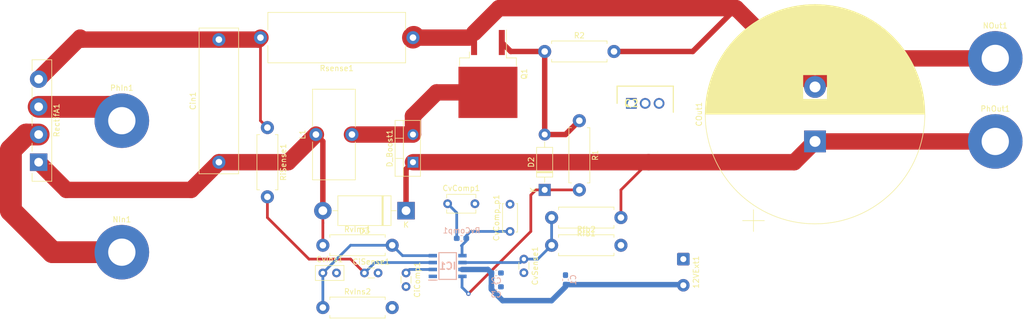
<source format=kicad_pcb>
(kicad_pcb (version 20171130) (host pcbnew "(5.1.5)-3")

  (general
    (thickness 1.6)
    (drawings 0)
    (tracks 94)
    (zones 0)
    (modules 33)
    (nets 18)
  )

  (page A4)
  (layers
    (0 F.Cu signal)
    (31 B.Cu signal)
    (32 B.Adhes user)
    (33 F.Adhes user hide)
    (34 B.Paste user)
    (35 F.Paste user)
    (36 B.SilkS user)
    (37 F.SilkS user)
    (38 B.Mask user)
    (39 F.Mask user)
    (40 Dwgs.User user)
    (41 Cmts.User user)
    (42 Eco1.User user)
    (43 Eco2.User user)
    (44 Edge.Cuts user)
    (45 Margin user)
    (46 B.CrtYd user)
    (47 F.CrtYd user)
    (48 B.Fab user)
    (49 F.Fab user hide)
  )

  (setup
    (last_trace_width 0.25)
    (trace_clearance 0.2)
    (zone_clearance 0.508)
    (zone_45_only no)
    (trace_min 0.2)
    (via_size 0.8)
    (via_drill 0.4)
    (via_min_size 0.4)
    (via_min_drill 0.3)
    (uvia_size 0.3)
    (uvia_drill 0.1)
    (uvias_allowed no)
    (uvia_min_size 0.2)
    (uvia_min_drill 0.1)
    (edge_width 0.05)
    (segment_width 0.2)
    (pcb_text_width 0.3)
    (pcb_text_size 1.5 1.5)
    (mod_edge_width 0.12)
    (mod_text_size 1 1)
    (mod_text_width 0.15)
    (pad_size 4 4)
    (pad_drill 3)
    (pad_to_mask_clearance 0.051)
    (solder_mask_min_width 0.25)
    (aux_axis_origin 0 0)
    (visible_elements 7FFFFFFF)
    (pcbplotparams
      (layerselection 0x010fc_ffffffff)
      (usegerberextensions false)
      (usegerberattributes false)
      (usegerberadvancedattributes false)
      (creategerberjobfile false)
      (excludeedgelayer true)
      (linewidth 0.100000)
      (plotframeref false)
      (viasonmask false)
      (mode 1)
      (useauxorigin false)
      (hpglpennumber 1)
      (hpglpenspeed 20)
      (hpglpendiameter 15.000000)
      (psnegative false)
      (psa4output false)
      (plotreference true)
      (plotvalue true)
      (plotinvisibletext false)
      (padsonsilk false)
      (subtractmaskfromsilk false)
      (outputformat 1)
      (mirror false)
      (drillshape 1)
      (scaleselection 1)
      (outputdirectory ""))
  )

  (net 0 "")
  (net 1 GND)
  (net 2 "Net-(CiComp1-Pad1)")
  (net 3 "Net-(Cin1-Pad2)")
  (net 4 "Net-(Cin1-Pad1)")
  (net 5 "Net-(CiSense1-Pad1)")
  (net 6 "Net-(COut1-Pad2)")
  (net 7 "Net-(COut1-Pad1)")
  (net 8 "Net-(CvComp1-Pad1)")
  (net 9 "Net-(CvComp_p1-Pad1)")
  (net 10 "Net-(CvIns1-Pad1)")
  (net 11 "Net-(CvSense1-Pad1)")
  (net 12 "Net-(D2-Pad2)")
  (net 13 "Net-(D2-Pad1)")
  (net 14 "Net-(NIn1-Pad1)")
  (net 15 "Net-(PhIn1-Pad1)")
  (net 16 VCC)
  (net 17 "Net-(D_Boost1-Pad2)")

  (net_class Default "Ceci est la Netclass par défaut."
    (clearance 0.2)
    (trace_width 0.25)
    (via_dia 0.8)
    (via_drill 0.4)
    (uvia_dia 0.3)
    (uvia_drill 0.1)
    (add_net GND)
    (add_net "Net-(COut1-Pad1)")
    (add_net "Net-(COut1-Pad2)")
    (add_net "Net-(CiComp1-Pad1)")
    (add_net "Net-(CiSense1-Pad1)")
    (add_net "Net-(Cin1-Pad1)")
    (add_net "Net-(Cin1-Pad2)")
    (add_net "Net-(CvComp1-Pad1)")
    (add_net "Net-(CvComp_p1-Pad1)")
    (add_net "Net-(CvIns1-Pad1)")
    (add_net "Net-(CvSense1-Pad1)")
    (add_net "Net-(D2-Pad1)")
    (add_net "Net-(D2-Pad2)")
    (add_net "Net-(D_Boost1-Pad2)")
    (add_net "Net-(NIn1-Pad1)")
    (add_net "Net-(PhIn1-Pad1)")
    (add_net "Net-(Q2-Pad1)")
    (add_net "Net-(Q2-Pad2)")
    (add_net "Net-(Q2-Pad3)")
    (add_net VCC)
  )

  (module Package_TO_SOT_THT:TO254P480X1015X1970-3P (layer F.Cu) (tedit 5F00D8CD) (tstamp 5F074D31)
    (at 127.635 29.845)
    (descr TO-220-ren3)
    (tags "MOSFET (N-Channel)")
    (path /5F0BD562)
    (fp_text reference Q2 (at 0 0) (layer F.SilkS)
      (effects (font (size 1.27 1.27) (thickness 0.254)))
    )
    (fp_text value SIHF6N40D-E3 (at 0 0) (layer F.SilkS) hide
      (effects (font (size 1.27 1.27) (thickness 0.254)))
    )
    (fp_text user %R (at 0 0) (layer F.Fab)
      (effects (font (size 1.27 1.27) (thickness 0.254)))
    )
    (fp_line (start -2.86 -3.415) (end 7.94 -3.415) (layer F.CrtYd) (width 0.05))
    (fp_line (start 7.94 -3.415) (end 7.94 1.885) (layer F.CrtYd) (width 0.05))
    (fp_line (start 7.94 1.885) (end -2.86 1.885) (layer F.CrtYd) (width 0.05))
    (fp_line (start -2.86 1.885) (end -2.86 -3.415) (layer F.CrtYd) (width 0.05))
    (fp_line (start -2.61 -3.165) (end 7.69 -3.165) (layer F.Fab) (width 0.1))
    (fp_line (start 7.69 -3.165) (end 7.69 1.635) (layer F.Fab) (width 0.1))
    (fp_line (start 7.69 1.635) (end -2.61 1.635) (layer F.Fab) (width 0.1))
    (fp_line (start -2.61 1.635) (end -2.61 -3.165) (layer F.Fab) (width 0.1))
    (fp_line (start -2.61 -1.895) (end -1.34 -3.165) (layer F.Fab) (width 0.1))
    (fp_line (start 7.69 1.635) (end 7.69 -3.165) (layer F.SilkS) (width 0.2))
    (fp_line (start 7.69 -3.165) (end -2.61 -3.165) (layer F.SilkS) (width 0.2))
    (fp_line (start -2.61 -3.165) (end -2.61 0) (layer F.SilkS) (width 0.2))
    (pad 1 thru_hole rect (at 0 0) (size 1.965 1.965) (drill 1.31) (layers *.Cu *.Mask))
    (pad 2 thru_hole circle (at 2.54 0) (size 1.965 1.965) (drill 1.31) (layers *.Cu *.Mask))
    (pad 3 thru_hole circle (at 5.08 0) (size 1.965 1.965) (drill 1.31) (layers *.Cu *.Mask))
    (model SIHF6N40D-E3.stp
      (at (xyz 0 0 0))
      (scale (xyz 1 1 1))
      (rotate (xyz 0 0 0))
    )
    (model C:/Users/Albert/Downloads/LIB_SIHF6N40D-E3/SIHF6N40D-E3/3D/SIHF6N40D-E3.wrl
      (at (xyz 0 0 0))
      (scale (xyz 1 1 1))
      (rotate (xyz 0 0 0))
    )
  )

  (module Package_SO:SOIC127P600X175-8N (layer B.Cu) (tedit 5F00DBCE) (tstamp 5F070EEA)
    (at 93.98 59.69)
    (descr D0008A)
    (tags "Integrated Circuit")
    (path /5F08643C)
    (attr smd)
    (fp_text reference IC1 (at 0 0) (layer B.SilkS)
      (effects (font (size 1.27 1.27) (thickness 0.254)) (justify mirror))
    )
    (fp_text value UCC28019ADR (at 0 0) (layer B.SilkS) hide
      (effects (font (size 1.27 1.27) (thickness 0.254)) (justify mirror))
    )
    (fp_text user %R (at 0 0) (layer B.Fab)
      (effects (font (size 1.27 1.27) (thickness 0.254)) (justify mirror))
    )
    (fp_line (start -3.725 2.75) (end 3.725 2.75) (layer B.CrtYd) (width 0.05))
    (fp_line (start 3.725 2.75) (end 3.725 -2.75) (layer B.CrtYd) (width 0.05))
    (fp_line (start 3.725 -2.75) (end -3.725 -2.75) (layer B.CrtYd) (width 0.05))
    (fp_line (start -3.725 -2.75) (end -3.725 2.75) (layer B.CrtYd) (width 0.05))
    (fp_line (start -1.948 2.452) (end 1.948 2.452) (layer B.Fab) (width 0.1))
    (fp_line (start 1.948 2.452) (end 1.948 -2.452) (layer B.Fab) (width 0.1))
    (fp_line (start 1.948 -2.452) (end -1.948 -2.452) (layer B.Fab) (width 0.1))
    (fp_line (start -1.948 -2.452) (end -1.948 2.452) (layer B.Fab) (width 0.1))
    (fp_line (start -1.948 1.182) (end -0.678 2.452) (layer B.Fab) (width 0.1))
    (fp_line (start -1.598 2.452) (end 1.598 2.452) (layer B.SilkS) (width 0.2))
    (fp_line (start 1.598 2.452) (end 1.598 -2.452) (layer B.SilkS) (width 0.2))
    (fp_line (start 1.598 -2.452) (end -1.598 -2.452) (layer B.SilkS) (width 0.2))
    (fp_line (start -1.598 -2.452) (end -1.598 2.452) (layer B.SilkS) (width 0.2))
    (fp_line (start -3.475 2.58) (end -1.948 2.58) (layer B.SilkS) (width 0.2))
    (pad 1 smd rect (at -2.711 1.905 270) (size 0.65 1.528) (layers B.Cu B.Paste B.Mask)
      (net 1 GND))
    (pad 2 smd rect (at -2.711 0.635 270) (size 0.65 1.528) (layers B.Cu B.Paste B.Mask)
      (net 2 "Net-(CiComp1-Pad1)"))
    (pad 3 smd rect (at -2.711 -0.635 270) (size 0.65 1.528) (layers B.Cu B.Paste B.Mask)
      (net 5 "Net-(CiSense1-Pad1)"))
    (pad 4 smd rect (at -2.711 -1.905 270) (size 0.65 1.528) (layers B.Cu B.Paste B.Mask)
      (net 10 "Net-(CvIns1-Pad1)"))
    (pad 5 smd rect (at 2.711 -1.905 270) (size 0.65 1.528) (layers B.Cu B.Paste B.Mask)
      (net 9 "Net-(CvComp_p1-Pad1)"))
    (pad 6 smd rect (at 2.711 -0.635 270) (size 0.65 1.528) (layers B.Cu B.Paste B.Mask)
      (net 11 "Net-(CvSense1-Pad1)"))
    (pad 7 smd rect (at 2.711 0.635 270) (size 0.65 1.528) (layers B.Cu B.Paste B.Mask)
      (net 16 VCC))
    (pad 8 smd rect (at 2.711 1.905 270) (size 0.65 1.528) (layers B.Cu B.Paste B.Mask)
      (net 13 "Net-(D2-Pad1)"))
    (model UCC28019ADR.stp
      (at (xyz 0 0 0))
      (scale (xyz 1 1 1))
      (rotate (xyz 0 0 0))
    )
    (model C:/Users/Albert/Desktop/Kicad_Library/Telechargees/LIB_UCC28019ADR/UCC28019ADR/3D/UCC28019ADR.wrl
      (at (xyz 0 0 0))
      (scale (xyz 1 1 1))
      (rotate (xyz 0 0 0))
    )
  )

  (module Connector_Wire:SolderWire-0.5sqmm_1x02_P4.8mm_D0.9mm_OD2.3mm (layer F.Cu) (tedit 5EB70B44) (tstamp 5EFF63A4)
    (at 137.16 58.42 270)
    (descr "Soldered wire connection, for 2 times 0.5 mm² wires, reinforced insulation, conductor diameter 0.9mm, outer diameter 2.3mm, size source Multi-Contact FLEXI-xV 0.5 (https://ec.staubli.com/AcroFiles/Catalogues/TM_Cab-Main-11014119_(en)_hi.pdf), bend radius 3 times outer diameter, generated with kicad-footprint-generator")
    (tags "connector wire 0.5sqmm")
    (path /5EFFA529)
    (attr virtual)
    (fp_text reference 12VExt1 (at 2.4 -2.35 90) (layer F.SilkS)
      (effects (font (size 1 1) (thickness 0.15)))
    )
    (fp_text value Conn_01x02_Female1 (at 2.4 2.35 90) (layer F.Fab)
      (effects (font (size 1 1) (thickness 0.15)))
    )
    (fp_text user %R (at 2.4 0) (layer F.Fab)
      (effects (font (size 0.82 0.82) (thickness 0.12)))
    )
    (fp_line (start 6.7 -1.65) (end 2.9 -1.65) (layer F.CrtYd) (width 0.05))
    (fp_line (start 6.7 1.65) (end 6.7 -1.65) (layer F.CrtYd) (width 0.05))
    (fp_line (start 2.9 1.65) (end 6.7 1.65) (layer F.CrtYd) (width 0.05))
    (fp_line (start 2.9 -1.65) (end 2.9 1.65) (layer F.CrtYd) (width 0.05))
    (fp_line (start 1.9 -1.65) (end -1.9 -1.65) (layer F.CrtYd) (width 0.05))
    (fp_line (start 1.9 1.65) (end 1.9 -1.65) (layer F.CrtYd) (width 0.05))
    (fp_line (start -1.9 1.65) (end 1.9 1.65) (layer F.CrtYd) (width 0.05))
    (fp_line (start -1.9 -1.65) (end -1.9 1.65) (layer F.CrtYd) (width 0.05))
    (fp_circle (center 4.8 0) (end 5.95 0) (layer F.Fab) (width 0.1))
    (fp_circle (center 0 0) (end 1.15 0) (layer F.Fab) (width 0.1))
    (pad 2 thru_hole circle (at 4.8 0 270) (size 2.3 2.3) (drill 1.1) (layers *.Cu *.Mask)
      (net 16 VCC))
    (pad 1 thru_hole roundrect (at 0 0 270) (size 2.3 2.3) (drill 1.1) (layers *.Cu *.Mask) (roundrect_rratio 0.108696)
      (net 1 GND))
    (model ${KISYS3DMOD}/Connector_Wire.3dshapes/SolderWire-0.5sqmm_1x02_P4.8mm_D0.9mm_OD2.3mm.wrl
      (at (xyz 0 0 0))
      (scale (xyz 1 1 1))
      (rotate (xyz 0 0 0))
    )
  )

  (module Resistor_THT:R_Axial_DIN0411_L9.9mm_D3.6mm_P12.70mm_Horizontal (layer F.Cu) (tedit 5AE5139B) (tstamp 5EFF686F)
    (at 71.12 67.31)
    (descr "Resistor, Axial_DIN0411 series, Axial, Horizontal, pin pitch=12.7mm, 1W, length*diameter=9.9*3.6mm^2")
    (tags "Resistor Axial_DIN0411 series Axial Horizontal pin pitch 12.7mm 1W length 9.9mm diameter 3.6mm")
    (path /5EF98C54)
    (fp_text reference RvIns2 (at 6.35 -2.92) (layer F.SilkS)
      (effects (font (size 1 1) (thickness 0.15)))
    )
    (fp_text value 100k (at 6.35 2.92) (layer F.Fab)
      (effects (font (size 1 1) (thickness 0.15)))
    )
    (fp_text user %R (at 6.35 0) (layer F.Fab)
      (effects (font (size 1 1) (thickness 0.15)))
    )
    (fp_line (start 14.15 -2.05) (end -1.45 -2.05) (layer F.CrtYd) (width 0.05))
    (fp_line (start 14.15 2.05) (end 14.15 -2.05) (layer F.CrtYd) (width 0.05))
    (fp_line (start -1.45 2.05) (end 14.15 2.05) (layer F.CrtYd) (width 0.05))
    (fp_line (start -1.45 -2.05) (end -1.45 2.05) (layer F.CrtYd) (width 0.05))
    (fp_line (start 11.42 1.92) (end 11.42 1.44) (layer F.SilkS) (width 0.12))
    (fp_line (start 1.28 1.92) (end 11.42 1.92) (layer F.SilkS) (width 0.12))
    (fp_line (start 1.28 1.44) (end 1.28 1.92) (layer F.SilkS) (width 0.12))
    (fp_line (start 11.42 -1.92) (end 11.42 -1.44) (layer F.SilkS) (width 0.12))
    (fp_line (start 1.28 -1.92) (end 11.42 -1.92) (layer F.SilkS) (width 0.12))
    (fp_line (start 1.28 -1.44) (end 1.28 -1.92) (layer F.SilkS) (width 0.12))
    (fp_line (start 12.7 0) (end 11.3 0) (layer F.Fab) (width 0.1))
    (fp_line (start 0 0) (end 1.4 0) (layer F.Fab) (width 0.1))
    (fp_line (start 11.3 -1.8) (end 1.4 -1.8) (layer F.Fab) (width 0.1))
    (fp_line (start 11.3 1.8) (end 11.3 -1.8) (layer F.Fab) (width 0.1))
    (fp_line (start 1.4 1.8) (end 11.3 1.8) (layer F.Fab) (width 0.1))
    (fp_line (start 1.4 -1.8) (end 1.4 1.8) (layer F.Fab) (width 0.1))
    (pad 2 thru_hole oval (at 12.7 0) (size 2.4 2.4) (drill 1.2) (layers *.Cu *.Mask)
      (net 1 GND))
    (pad 1 thru_hole circle (at 0 0) (size 2.4 2.4) (drill 1.2) (layers *.Cu *.Mask)
      (net 10 "Net-(CvIns1-Pad1)"))
    (model ${KISYS3DMOD}/Resistor_THT.3dshapes/R_Axial_DIN0411_L9.9mm_D3.6mm_P12.70mm_Horizontal.wrl
      (at (xyz 0 0 0))
      (scale (xyz 1 1 1))
      (rotate (xyz 0 0 0))
    )
  )

  (module Resistor_THT:R_Axial_DIN0411_L9.9mm_D3.6mm_P12.70mm_Horizontal (layer F.Cu) (tedit 5AE5139B) (tstamp 5EFF6858)
    (at 71.12 55.88)
    (descr "Resistor, Axial_DIN0411 series, Axial, Horizontal, pin pitch=12.7mm, 1W, length*diameter=9.9*3.6mm^2")
    (tags "Resistor Axial_DIN0411 series Axial Horizontal pin pitch 12.7mm 1W length 9.9mm diameter 3.6mm")
    (path /5EF9893A)
    (fp_text reference RvIns1 (at 6.35 -2.92) (layer F.SilkS)
      (effects (font (size 1 1) (thickness 0.15)))
    )
    (fp_text value 6.9M (at 6.35 2.92) (layer F.Fab)
      (effects (font (size 1 1) (thickness 0.15)))
    )
    (fp_text user %R (at 6.35 0) (layer F.Fab)
      (effects (font (size 1 1) (thickness 0.15)))
    )
    (fp_line (start 14.15 -2.05) (end -1.45 -2.05) (layer F.CrtYd) (width 0.05))
    (fp_line (start 14.15 2.05) (end 14.15 -2.05) (layer F.CrtYd) (width 0.05))
    (fp_line (start -1.45 2.05) (end 14.15 2.05) (layer F.CrtYd) (width 0.05))
    (fp_line (start -1.45 -2.05) (end -1.45 2.05) (layer F.CrtYd) (width 0.05))
    (fp_line (start 11.42 1.92) (end 11.42 1.44) (layer F.SilkS) (width 0.12))
    (fp_line (start 1.28 1.92) (end 11.42 1.92) (layer F.SilkS) (width 0.12))
    (fp_line (start 1.28 1.44) (end 1.28 1.92) (layer F.SilkS) (width 0.12))
    (fp_line (start 11.42 -1.92) (end 11.42 -1.44) (layer F.SilkS) (width 0.12))
    (fp_line (start 1.28 -1.92) (end 11.42 -1.92) (layer F.SilkS) (width 0.12))
    (fp_line (start 1.28 -1.44) (end 1.28 -1.92) (layer F.SilkS) (width 0.12))
    (fp_line (start 12.7 0) (end 11.3 0) (layer F.Fab) (width 0.1))
    (fp_line (start 0 0) (end 1.4 0) (layer F.Fab) (width 0.1))
    (fp_line (start 11.3 -1.8) (end 1.4 -1.8) (layer F.Fab) (width 0.1))
    (fp_line (start 11.3 1.8) (end 11.3 -1.8) (layer F.Fab) (width 0.1))
    (fp_line (start 1.4 1.8) (end 11.3 1.8) (layer F.Fab) (width 0.1))
    (fp_line (start 1.4 -1.8) (end 1.4 1.8) (layer F.Fab) (width 0.1))
    (pad 2 thru_hole oval (at 12.7 0) (size 2.4 2.4) (drill 1.2) (layers *.Cu *.Mask)
      (net 10 "Net-(CvIns1-Pad1)"))
    (pad 1 thru_hole circle (at 0 0) (size 2.4 2.4) (drill 1.2) (layers *.Cu *.Mask)
      (net 4 "Net-(Cin1-Pad1)"))
    (model ${KISYS3DMOD}/Resistor_THT.3dshapes/R_Axial_DIN0411_L9.9mm_D3.6mm_P12.70mm_Horizontal.wrl
      (at (xyz 0 0 0))
      (scale (xyz 1 1 1))
      (rotate (xyz 0 0 0))
    )
  )

  (module Resistor_SMD:R_0603_1608Metric_Pad1.05x0.95mm_HandSolder (layer B.Cu) (tedit 5B301BBD) (tstamp 5EFF6841)
    (at 96.52 54.61 180)
    (descr "Resistor SMD 0603 (1608 Metric), square (rectangular) end terminal, IPC_7351 nominal with elongated pad for handsoldering. (Body size source: http://www.tortai-tech.com/upload/download/2011102023233369053.pdf), generated with kicad-footprint-generator")
    (tags "resistor handsolder")
    (path /5EF9A898)
    (attr smd)
    (fp_text reference RvComp1 (at 0 1.43) (layer B.SilkS)
      (effects (font (size 1 1) (thickness 0.15)) (justify mirror))
    )
    (fp_text value 42k (at 0 -1.43) (layer B.Fab)
      (effects (font (size 1 1) (thickness 0.15)) (justify mirror))
    )
    (fp_text user %R (at 0.395 1.27) (layer B.Fab)
      (effects (font (size 0.4 0.4) (thickness 0.06)) (justify mirror))
    )
    (fp_line (start 1.65 -0.73) (end -1.65 -0.73) (layer B.CrtYd) (width 0.05))
    (fp_line (start 1.65 0.73) (end 1.65 -0.73) (layer B.CrtYd) (width 0.05))
    (fp_line (start -1.65 0.73) (end 1.65 0.73) (layer B.CrtYd) (width 0.05))
    (fp_line (start -1.65 -0.73) (end -1.65 0.73) (layer B.CrtYd) (width 0.05))
    (fp_line (start -0.171267 -0.51) (end 0.171267 -0.51) (layer B.SilkS) (width 0.12))
    (fp_line (start -0.171267 0.51) (end 0.171267 0.51) (layer B.SilkS) (width 0.12))
    (fp_line (start 0.8 -0.4) (end -0.8 -0.4) (layer B.Fab) (width 0.1))
    (fp_line (start 0.8 0.4) (end 0.8 -0.4) (layer B.Fab) (width 0.1))
    (fp_line (start -0.8 0.4) (end 0.8 0.4) (layer B.Fab) (width 0.1))
    (fp_line (start -0.8 -0.4) (end -0.8 0.4) (layer B.Fab) (width 0.1))
    (pad 2 smd roundrect (at 0.875 0 180) (size 1.05 0.95) (layers B.Cu B.Paste B.Mask) (roundrect_rratio 0.25)
      (net 8 "Net-(CvComp1-Pad1)"))
    (pad 1 smd roundrect (at -0.875 0 180) (size 1.05 0.95) (layers B.Cu B.Paste B.Mask) (roundrect_rratio 0.25)
      (net 9 "Net-(CvComp_p1-Pad1)"))
    (model ${KISYS3DMOD}/Resistor_SMD.3dshapes/R_0603_1608Metric.wrl
      (at (xyz 0 0 0))
      (scale (xyz 1 1 1))
      (rotate (xyz 0 0 0))
    )
  )

  (module Resistor_THT:R_Axial_Power_L25.0mm_W9.0mm_P27.94mm (layer F.Cu) (tedit 5AE5139B) (tstamp 5EFF6830)
    (at 87.63 17.78 180)
    (descr "Resistor, Axial_Power series, Box, pin pitch=27.94mm, 7W, length*width*height=25*9*9mm^3, http://cdn-reichelt.de/documents/datenblatt/B400/5WAXIAL_9WAXIAL_11WAXIAL_17WAXIAL%23YAG.pdf")
    (tags "Resistor Axial_Power series Box pin pitch 27.94mm 7W length 25mm width 9mm height 9mm")
    (path /5F02CC70)
    (fp_text reference Rsense1 (at 13.97 -5.62) (layer F.SilkS)
      (effects (font (size 1 1) (thickness 0.15)))
    )
    (fp_text value 0.04 (at 13.97 5.62) (layer F.Fab)
      (effects (font (size 1 1) (thickness 0.15)))
    )
    (fp_text user %R (at 13.97 0) (layer F.Fab)
      (effects (font (size 1 1) (thickness 0.15)))
    )
    (fp_line (start 29.39 -4.75) (end -1.45 -4.75) (layer F.CrtYd) (width 0.05))
    (fp_line (start 29.39 4.75) (end 29.39 -4.75) (layer F.CrtYd) (width 0.05))
    (fp_line (start -1.45 4.75) (end 29.39 4.75) (layer F.CrtYd) (width 0.05))
    (fp_line (start -1.45 -4.75) (end -1.45 4.75) (layer F.CrtYd) (width 0.05))
    (fp_line (start 26.59 4.62) (end 26.59 1.44) (layer F.SilkS) (width 0.12))
    (fp_line (start 1.35 4.62) (end 26.59 4.62) (layer F.SilkS) (width 0.12))
    (fp_line (start 1.35 1.44) (end 1.35 4.62) (layer F.SilkS) (width 0.12))
    (fp_line (start 26.59 -4.62) (end 26.59 -1.44) (layer F.SilkS) (width 0.12))
    (fp_line (start 1.35 -4.62) (end 26.59 -4.62) (layer F.SilkS) (width 0.12))
    (fp_line (start 1.35 -1.44) (end 1.35 -4.62) (layer F.SilkS) (width 0.12))
    (fp_line (start 27.94 0) (end 26.47 0) (layer F.Fab) (width 0.1))
    (fp_line (start 0 0) (end 1.47 0) (layer F.Fab) (width 0.1))
    (fp_line (start 26.47 -4.5) (end 1.47 -4.5) (layer F.Fab) (width 0.1))
    (fp_line (start 26.47 4.5) (end 26.47 -4.5) (layer F.Fab) (width 0.1))
    (fp_line (start 1.47 4.5) (end 26.47 4.5) (layer F.Fab) (width 0.1))
    (fp_line (start 1.47 -4.5) (end 1.47 4.5) (layer F.Fab) (width 0.1))
    (pad 2 thru_hole oval (at 27.94 0 180) (size 2.4 2.4) (drill 1.2) (layers *.Cu *.Mask)
      (net 3 "Net-(Cin1-Pad2)"))
    (pad 1 thru_hole circle (at 0 0 180) (size 2.4 2.4) (drill 1.2) (layers *.Cu *.Mask)
      (net 6 "Net-(COut1-Pad2)"))
    (model ${KISYS3DMOD}/Resistor_THT.3dshapes/R_Axial_Power_L25.0mm_W9.0mm_P27.94mm.wrl
      (at (xyz 0 0 0))
      (scale (xyz 1 1 1))
      (rotate (xyz 0 0 0))
    )
  )

  (module Resistor_THT:R_Axial_DIN0411_L9.9mm_D3.6mm_P12.70mm_Horizontal (layer F.Cu) (tedit 5AE5139B) (tstamp 5EFF6819)
    (at 60.96 34.29 270)
    (descr "Resistor, Axial_DIN0411 series, Axial, Horizontal, pin pitch=12.7mm, 1W, length*diameter=9.9*3.6mm^2")
    (tags "Resistor Axial_DIN0411 series Axial Horizontal pin pitch 12.7mm 1W length 9.9mm diameter 3.6mm")
    (path /5F0A4F07)
    (fp_text reference RiSense1 (at 6.35 -2.92 90) (layer F.SilkS)
      (effects (font (size 1 1) (thickness 0.15)))
    )
    (fp_text value 220 (at 6.35 2.92 90) (layer F.Fab)
      (effects (font (size 1 1) (thickness 0.15)))
    )
    (fp_text user %R (at 6.35 0 90) (layer F.Fab)
      (effects (font (size 1 1) (thickness 0.15)))
    )
    (fp_line (start 14.15 -2.05) (end -1.45 -2.05) (layer F.CrtYd) (width 0.05))
    (fp_line (start 14.15 2.05) (end 14.15 -2.05) (layer F.CrtYd) (width 0.05))
    (fp_line (start -1.45 2.05) (end 14.15 2.05) (layer F.CrtYd) (width 0.05))
    (fp_line (start -1.45 -2.05) (end -1.45 2.05) (layer F.CrtYd) (width 0.05))
    (fp_line (start 11.42 1.92) (end 11.42 1.44) (layer F.SilkS) (width 0.12))
    (fp_line (start 1.28 1.92) (end 11.42 1.92) (layer F.SilkS) (width 0.12))
    (fp_line (start 1.28 1.44) (end 1.28 1.92) (layer F.SilkS) (width 0.12))
    (fp_line (start 11.42 -1.92) (end 11.42 -1.44) (layer F.SilkS) (width 0.12))
    (fp_line (start 1.28 -1.92) (end 11.42 -1.92) (layer F.SilkS) (width 0.12))
    (fp_line (start 1.28 -1.44) (end 1.28 -1.92) (layer F.SilkS) (width 0.12))
    (fp_line (start 12.7 0) (end 11.3 0) (layer F.Fab) (width 0.1))
    (fp_line (start 0 0) (end 1.4 0) (layer F.Fab) (width 0.1))
    (fp_line (start 11.3 -1.8) (end 1.4 -1.8) (layer F.Fab) (width 0.1))
    (fp_line (start 11.3 1.8) (end 11.3 -1.8) (layer F.Fab) (width 0.1))
    (fp_line (start 1.4 1.8) (end 11.3 1.8) (layer F.Fab) (width 0.1))
    (fp_line (start 1.4 -1.8) (end 1.4 1.8) (layer F.Fab) (width 0.1))
    (pad 2 thru_hole oval (at 12.7 0 270) (size 2.4 2.4) (drill 1.2) (layers *.Cu *.Mask)
      (net 5 "Net-(CiSense1-Pad1)"))
    (pad 1 thru_hole circle (at 0 0 270) (size 2.4 2.4) (drill 1.2) (layers *.Cu *.Mask)
      (net 3 "Net-(Cin1-Pad2)"))
    (model ${KISYS3DMOD}/Resistor_THT.3dshapes/R_Axial_DIN0411_L9.9mm_D3.6mm_P12.70mm_Horizontal.wrl
      (at (xyz 0 0 0))
      (scale (xyz 1 1 1))
      (rotate (xyz 0 0 0))
    )
  )

  (module Resistor_THT:R_Axial_DIN0411_L9.9mm_D3.6mm_P12.70mm_Horizontal (layer F.Cu) (tedit 5AE5139B) (tstamp 5EFF6802)
    (at 113.03 55.88)
    (descr "Resistor, Axial_DIN0411 series, Axial, Horizontal, pin pitch=12.7mm, 1W, length*diameter=9.9*3.6mm^2")
    (tags "Resistor Axial_DIN0411 series Axial Horizontal pin pitch 12.7mm 1W length 9.9mm diameter 3.6mm")
    (path /5EF9AB04)
    (fp_text reference Rfb2 (at 6.35 -2.92) (layer F.SilkS)
      (effects (font (size 1 1) (thickness 0.15)))
    )
    (fp_text value 13K (at 6.35 2.92) (layer F.Fab)
      (effects (font (size 1 1) (thickness 0.15)))
    )
    (fp_text user %R (at 6.35 0) (layer F.Fab)
      (effects (font (size 1 1) (thickness 0.15)))
    )
    (fp_line (start 14.15 -2.05) (end -1.45 -2.05) (layer F.CrtYd) (width 0.05))
    (fp_line (start 14.15 2.05) (end 14.15 -2.05) (layer F.CrtYd) (width 0.05))
    (fp_line (start -1.45 2.05) (end 14.15 2.05) (layer F.CrtYd) (width 0.05))
    (fp_line (start -1.45 -2.05) (end -1.45 2.05) (layer F.CrtYd) (width 0.05))
    (fp_line (start 11.42 1.92) (end 11.42 1.44) (layer F.SilkS) (width 0.12))
    (fp_line (start 1.28 1.92) (end 11.42 1.92) (layer F.SilkS) (width 0.12))
    (fp_line (start 1.28 1.44) (end 1.28 1.92) (layer F.SilkS) (width 0.12))
    (fp_line (start 11.42 -1.92) (end 11.42 -1.44) (layer F.SilkS) (width 0.12))
    (fp_line (start 1.28 -1.92) (end 11.42 -1.92) (layer F.SilkS) (width 0.12))
    (fp_line (start 1.28 -1.44) (end 1.28 -1.92) (layer F.SilkS) (width 0.12))
    (fp_line (start 12.7 0) (end 11.3 0) (layer F.Fab) (width 0.1))
    (fp_line (start 0 0) (end 1.4 0) (layer F.Fab) (width 0.1))
    (fp_line (start 11.3 -1.8) (end 1.4 -1.8) (layer F.Fab) (width 0.1))
    (fp_line (start 11.3 1.8) (end 11.3 -1.8) (layer F.Fab) (width 0.1))
    (fp_line (start 1.4 1.8) (end 11.3 1.8) (layer F.Fab) (width 0.1))
    (fp_line (start 1.4 -1.8) (end 1.4 1.8) (layer F.Fab) (width 0.1))
    (pad 2 thru_hole oval (at 12.7 0) (size 2.4 2.4) (drill 1.2) (layers *.Cu *.Mask)
      (net 1 GND))
    (pad 1 thru_hole circle (at 0 0) (size 2.4 2.4) (drill 1.2) (layers *.Cu *.Mask)
      (net 11 "Net-(CvSense1-Pad1)"))
    (model ${KISYS3DMOD}/Resistor_THT.3dshapes/R_Axial_DIN0411_L9.9mm_D3.6mm_P12.70mm_Horizontal.wrl
      (at (xyz 0 0 0))
      (scale (xyz 1 1 1))
      (rotate (xyz 0 0 0))
    )
  )

  (module Resistor_THT:R_Axial_DIN0411_L9.9mm_D3.6mm_P12.70mm_Horizontal (layer F.Cu) (tedit 5AE5139B) (tstamp 5EFF67EB)
    (at 125.73 50.8 180)
    (descr "Resistor, Axial_DIN0411 series, Axial, Horizontal, pin pitch=12.7mm, 1W, length*diameter=9.9*3.6mm^2")
    (tags "Resistor Axial_DIN0411 series Axial Horizontal pin pitch 12.7mm 1W length 9.9mm diameter 3.6mm")
    (path /5EF9AD94)
    (fp_text reference Rfb1 (at 6.35 -2.92) (layer F.SilkS)
      (effects (font (size 1 1) (thickness 0.15)))
    )
    (fp_text value 1M (at 6.35 2.92) (layer F.Fab)
      (effects (font (size 1 1) (thickness 0.15)))
    )
    (fp_text user %R (at 6.35 0) (layer F.Fab)
      (effects (font (size 1 1) (thickness 0.15)))
    )
    (fp_line (start 14.15 -2.05) (end -1.45 -2.05) (layer F.CrtYd) (width 0.05))
    (fp_line (start 14.15 2.05) (end 14.15 -2.05) (layer F.CrtYd) (width 0.05))
    (fp_line (start -1.45 2.05) (end 14.15 2.05) (layer F.CrtYd) (width 0.05))
    (fp_line (start -1.45 -2.05) (end -1.45 2.05) (layer F.CrtYd) (width 0.05))
    (fp_line (start 11.42 1.92) (end 11.42 1.44) (layer F.SilkS) (width 0.12))
    (fp_line (start 1.28 1.92) (end 11.42 1.92) (layer F.SilkS) (width 0.12))
    (fp_line (start 1.28 1.44) (end 1.28 1.92) (layer F.SilkS) (width 0.12))
    (fp_line (start 11.42 -1.92) (end 11.42 -1.44) (layer F.SilkS) (width 0.12))
    (fp_line (start 1.28 -1.92) (end 11.42 -1.92) (layer F.SilkS) (width 0.12))
    (fp_line (start 1.28 -1.44) (end 1.28 -1.92) (layer F.SilkS) (width 0.12))
    (fp_line (start 12.7 0) (end 11.3 0) (layer F.Fab) (width 0.1))
    (fp_line (start 0 0) (end 1.4 0) (layer F.Fab) (width 0.1))
    (fp_line (start 11.3 -1.8) (end 1.4 -1.8) (layer F.Fab) (width 0.1))
    (fp_line (start 11.3 1.8) (end 11.3 -1.8) (layer F.Fab) (width 0.1))
    (fp_line (start 1.4 1.8) (end 11.3 1.8) (layer F.Fab) (width 0.1))
    (fp_line (start 1.4 -1.8) (end 1.4 1.8) (layer F.Fab) (width 0.1))
    (pad 2 thru_hole oval (at 12.7 0 180) (size 2.4 2.4) (drill 1.2) (layers *.Cu *.Mask)
      (net 11 "Net-(CvSense1-Pad1)"))
    (pad 1 thru_hole circle (at 0 0 180) (size 2.4 2.4) (drill 1.2) (layers *.Cu *.Mask)
      (net 7 "Net-(COut1-Pad1)"))
    (model ${KISYS3DMOD}/Resistor_THT.3dshapes/R_Axial_DIN0411_L9.9mm_D3.6mm_P12.70mm_Horizontal.wrl
      (at (xyz 0 0 0))
      (scale (xyz 1 1 1))
      (rotate (xyz 0 0 0))
    )
  )

  (module Diode_THT:Diode_Bridge_Vishay_GBU (layer F.Cu) (tedit 5A4F789A) (tstamp 5EFF67D4)
    (at 19.05 40.64 90)
    (descr "Vishay GBU rectifier package, 5.08mm pitch, see http://www.vishay.com/docs/88606/g3sba20.pdf")
    (tags "Vishay GBU rectifier diode bridge")
    (path /5EF8FC82)
    (fp_text reference RectifA1 (at 7.7 3.3 270) (layer F.SilkS)
      (effects (font (size 1 1) (thickness 0.15)))
    )
    (fp_text value GSIB1504 (at 7.1 -2.5 270) (layer F.Fab)
      (effects (font (size 1 1) (thickness 0.15)))
    )
    (fp_line (start 18.95 -1.85) (end -3.65 -1.85) (layer F.CrtYd) (width 0.05))
    (fp_line (start 18.95 -1.85) (end 18.95 2.55) (layer F.CrtYd) (width 0.05))
    (fp_line (start -3.65 2.55) (end -3.65 -1.85) (layer F.CrtYd) (width 0.05))
    (fp_line (start -3.65 2.55) (end 18.95 2.55) (layer F.CrtYd) (width 0.05))
    (fp_line (start -3.4 -1.1) (end 18.7 -1.1) (layer F.Fab) (width 0.1))
    (fp_line (start 18.7 -1.1) (end 18.7 2.3) (layer F.Fab) (width 0.12))
    (fp_line (start 18.7 2.3) (end -2.5 2.3) (layer F.Fab) (width 0.1))
    (fp_line (start -2.5 2.3) (end -3.4 1.3) (layer F.Fab) (width 0.1))
    (fp_line (start -3.4 1.3) (end -3.4 -1.1) (layer F.Fab) (width 0.1))
    (fp_line (start -0.3 2.3) (end -0.3 -1.1) (layer F.Fab) (width 0.1))
    (fp_line (start -3.5 -1.2) (end -2 -1.2) (layer F.SilkS) (width 0.12))
    (fp_line (start 2 -1.2) (end 3.5 -1.2) (layer F.SilkS) (width 0.12))
    (fp_line (start 6.7 -1.2) (end 8.6 -1.2) (layer F.SilkS) (width 0.12))
    (fp_line (start 11.7 -1.2) (end 13.7 -1.2) (layer F.SilkS) (width 0.12))
    (fp_line (start 16.8 -1.2) (end 18.8 -1.2) (layer F.SilkS) (width 0.12))
    (fp_line (start 18.8 -1.2) (end 18.8 2.4) (layer F.SilkS) (width 0.12))
    (fp_line (start 18.8 2.4) (end -3.5 2.4) (layer F.SilkS) (width 0.12))
    (fp_line (start -3.5 2.4) (end -3.5 -1.2) (layer F.SilkS) (width 0.12))
    (fp_line (start -0.3 2.4) (end -0.3 1.9) (layer F.SilkS) (width 0.12))
    (fp_text user %R (at 7.65 0.6 270) (layer F.Fab)
      (effects (font (size 1 1) (thickness 0.15)))
    )
    (pad 1 thru_hole rect (at 0 0 90) (size 3.2 3.2) (drill 1.6) (layers *.Cu *.Mask)
      (net 4 "Net-(Cin1-Pad1)"))
    (pad 2 thru_hole circle (at 5.08 0 90) (size 3.2 3.2) (drill 1.6) (layers *.Cu *.Mask)
      (net 14 "Net-(NIn1-Pad1)"))
    (pad 3 thru_hole circle (at 10.16 0 90) (size 3.2 3.2) (drill 1.6) (layers *.Cu *.Mask)
      (net 15 "Net-(PhIn1-Pad1)"))
    (pad 4 thru_hole circle (at 15.24 0 90) (size 3.2 3.2) (drill 1.6) (layers *.Cu *.Mask)
      (net 3 "Net-(Cin1-Pad2)"))
    (model ${KISYS3DMOD}/Diode_THT.3dshapes/Diode_Bridge_Vishay_GBU.wrl
      (at (xyz 0 0 0))
      (scale (xyz 1 1 1))
      (rotate (xyz 0 0 0))
    )
  )

  (module Resistor_THT:R_Axial_DIN0411_L9.9mm_D3.6mm_P12.70mm_Horizontal (layer F.Cu) (tedit 5AE5139B) (tstamp 5EFF67B8)
    (at 111.76 20.32)
    (descr "Resistor, Axial_DIN0411 series, Axial, Horizontal, pin pitch=12.7mm, 1W, length*diameter=9.9*3.6mm^2")
    (tags "Resistor Axial_DIN0411 series Axial Horizontal pin pitch 12.7mm 1W length 9.9mm diameter 3.6mm")
    (path /5F032DB1)
    (fp_text reference R2 (at 6.35 -2.92) (layer F.SilkS)
      (effects (font (size 1 1) (thickness 0.15)))
    )
    (fp_text value 10K (at 6.35 2.92) (layer F.Fab)
      (effects (font (size 1 1) (thickness 0.15)))
    )
    (fp_text user %R (at 6.35 0) (layer F.Fab)
      (effects (font (size 1 1) (thickness 0.15)))
    )
    (fp_line (start 14.15 -2.05) (end -1.45 -2.05) (layer F.CrtYd) (width 0.05))
    (fp_line (start 14.15 2.05) (end 14.15 -2.05) (layer F.CrtYd) (width 0.05))
    (fp_line (start -1.45 2.05) (end 14.15 2.05) (layer F.CrtYd) (width 0.05))
    (fp_line (start -1.45 -2.05) (end -1.45 2.05) (layer F.CrtYd) (width 0.05))
    (fp_line (start 11.42 1.92) (end 11.42 1.44) (layer F.SilkS) (width 0.12))
    (fp_line (start 1.28 1.92) (end 11.42 1.92) (layer F.SilkS) (width 0.12))
    (fp_line (start 1.28 1.44) (end 1.28 1.92) (layer F.SilkS) (width 0.12))
    (fp_line (start 11.42 -1.92) (end 11.42 -1.44) (layer F.SilkS) (width 0.12))
    (fp_line (start 1.28 -1.92) (end 11.42 -1.92) (layer F.SilkS) (width 0.12))
    (fp_line (start 1.28 -1.44) (end 1.28 -1.92) (layer F.SilkS) (width 0.12))
    (fp_line (start 12.7 0) (end 11.3 0) (layer F.Fab) (width 0.1))
    (fp_line (start 0 0) (end 1.4 0) (layer F.Fab) (width 0.1))
    (fp_line (start 11.3 -1.8) (end 1.4 -1.8) (layer F.Fab) (width 0.1))
    (fp_line (start 11.3 1.8) (end 11.3 -1.8) (layer F.Fab) (width 0.1))
    (fp_line (start 1.4 1.8) (end 11.3 1.8) (layer F.Fab) (width 0.1))
    (fp_line (start 1.4 -1.8) (end 1.4 1.8) (layer F.Fab) (width 0.1))
    (pad 2 thru_hole oval (at 12.7 0) (size 2.4 2.4) (drill 1.2) (layers *.Cu *.Mask)
      (net 6 "Net-(COut1-Pad2)"))
    (pad 1 thru_hole circle (at 0 0) (size 2.4 2.4) (drill 1.2) (layers *.Cu *.Mask)
      (net 12 "Net-(D2-Pad2)"))
    (model ${KISYS3DMOD}/Resistor_THT.3dshapes/R_Axial_DIN0411_L9.9mm_D3.6mm_P12.70mm_Horizontal.wrl
      (at (xyz 0 0 0))
      (scale (xyz 1 1 1))
      (rotate (xyz 0 0 0))
    )
  )

  (module Resistor_THT:R_Axial_DIN0411_L9.9mm_D3.6mm_P12.70mm_Horizontal (layer F.Cu) (tedit 5AE5139B) (tstamp 5EFF67A1)
    (at 118.11 33.02 270)
    (descr "Resistor, Axial_DIN0411 series, Axial, Horizontal, pin pitch=12.7mm, 1W, length*diameter=9.9*3.6mm^2")
    (tags "Resistor Axial_DIN0411 series Axial Horizontal pin pitch 12.7mm 1W length 9.9mm diameter 3.6mm")
    (path /5F0336CE)
    (fp_text reference R1 (at 6.35 -2.92 90) (layer F.SilkS)
      (effects (font (size 1 1) (thickness 0.15)))
    )
    (fp_text value 3.3 (at 6.35 2.92 90) (layer F.Fab)
      (effects (font (size 1 1) (thickness 0.15)))
    )
    (fp_text user %R (at 6.35 0 90) (layer F.Fab)
      (effects (font (size 1 1) (thickness 0.15)))
    )
    (fp_line (start 14.15 -2.05) (end -1.45 -2.05) (layer F.CrtYd) (width 0.05))
    (fp_line (start 14.15 2.05) (end 14.15 -2.05) (layer F.CrtYd) (width 0.05))
    (fp_line (start -1.45 2.05) (end 14.15 2.05) (layer F.CrtYd) (width 0.05))
    (fp_line (start -1.45 -2.05) (end -1.45 2.05) (layer F.CrtYd) (width 0.05))
    (fp_line (start 11.42 1.92) (end 11.42 1.44) (layer F.SilkS) (width 0.12))
    (fp_line (start 1.28 1.92) (end 11.42 1.92) (layer F.SilkS) (width 0.12))
    (fp_line (start 1.28 1.44) (end 1.28 1.92) (layer F.SilkS) (width 0.12))
    (fp_line (start 11.42 -1.92) (end 11.42 -1.44) (layer F.SilkS) (width 0.12))
    (fp_line (start 1.28 -1.92) (end 11.42 -1.92) (layer F.SilkS) (width 0.12))
    (fp_line (start 1.28 -1.44) (end 1.28 -1.92) (layer F.SilkS) (width 0.12))
    (fp_line (start 12.7 0) (end 11.3 0) (layer F.Fab) (width 0.1))
    (fp_line (start 0 0) (end 1.4 0) (layer F.Fab) (width 0.1))
    (fp_line (start 11.3 -1.8) (end 1.4 -1.8) (layer F.Fab) (width 0.1))
    (fp_line (start 11.3 1.8) (end 11.3 -1.8) (layer F.Fab) (width 0.1))
    (fp_line (start 1.4 1.8) (end 11.3 1.8) (layer F.Fab) (width 0.1))
    (fp_line (start 1.4 -1.8) (end 1.4 1.8) (layer F.Fab) (width 0.1))
    (pad 2 thru_hole oval (at 12.7 0 270) (size 2.4 2.4) (drill 1.2) (layers *.Cu *.Mask)
      (net 13 "Net-(D2-Pad1)"))
    (pad 1 thru_hole circle (at 0 0 270) (size 2.4 2.4) (drill 1.2) (layers *.Cu *.Mask)
      (net 12 "Net-(D2-Pad2)"))
    (model ${KISYS3DMOD}/Resistor_THT.3dshapes/R_Axial_DIN0411_L9.9mm_D3.6mm_P12.70mm_Horizontal.wrl
      (at (xyz 0 0 0))
      (scale (xyz 1 1 1))
      (rotate (xyz 0 0 0))
    )
  )

  (module Package_TO_SOT_SMD:TO-263-2 (layer F.Cu) (tedit 5A70FB7B) (tstamp 5EFF678A)
    (at 101.365 24.45 270)
    (descr "TO-263 / D2PAK / DDPAK SMD package, http://www.infineon.com/cms/en/product/packages/PG-TO263/PG-TO263-3-1/")
    (tags "D2PAK DDPAK TO-263 D2PAK-3 TO-263-3 SOT-404")
    (path /5EFBBDEF)
    (attr smd)
    (fp_text reference Q1 (at 0 -6.65 90) (layer F.SilkS)
      (effects (font (size 1 1) (thickness 0.15)))
    )
    (fp_text value STB33N65M2 (at 0 6.65 90) (layer F.Fab)
      (effects (font (size 1 1) (thickness 0.15)))
    )
    (fp_text user %R (at 0 0 90) (layer F.Fab)
      (effects (font (size 1 1) (thickness 0.15)))
    )
    (fp_line (start 8.32 -5.65) (end -8.32 -5.65) (layer F.CrtYd) (width 0.05))
    (fp_line (start 8.32 5.65) (end 8.32 -5.65) (layer F.CrtYd) (width 0.05))
    (fp_line (start -8.32 5.65) (end 8.32 5.65) (layer F.CrtYd) (width 0.05))
    (fp_line (start -8.32 -5.65) (end -8.32 5.65) (layer F.CrtYd) (width 0.05))
    (fp_line (start -2.95 3.39) (end -4.05 3.39) (layer F.SilkS) (width 0.12))
    (fp_line (start -2.95 5.2) (end -2.95 3.39) (layer F.SilkS) (width 0.12))
    (fp_line (start -1.45 5.2) (end -2.95 5.2) (layer F.SilkS) (width 0.12))
    (fp_line (start -2.95 -3.39) (end -8.075 -3.39) (layer F.SilkS) (width 0.12))
    (fp_line (start -2.95 -5.2) (end -2.95 -3.39) (layer F.SilkS) (width 0.12))
    (fp_line (start -1.45 -5.2) (end -2.95 -5.2) (layer F.SilkS) (width 0.12))
    (fp_line (start -7.45 3.04) (end -2.75 3.04) (layer F.Fab) (width 0.1))
    (fp_line (start -7.45 2.04) (end -7.45 3.04) (layer F.Fab) (width 0.1))
    (fp_line (start -2.75 2.04) (end -7.45 2.04) (layer F.Fab) (width 0.1))
    (fp_line (start -7.45 -2.04) (end -2.75 -2.04) (layer F.Fab) (width 0.1))
    (fp_line (start -7.45 -3.04) (end -7.45 -2.04) (layer F.Fab) (width 0.1))
    (fp_line (start -2.75 -3.04) (end -7.45 -3.04) (layer F.Fab) (width 0.1))
    (fp_line (start -1.75 -5) (end 6.5 -5) (layer F.Fab) (width 0.1))
    (fp_line (start -2.75 -4) (end -1.75 -5) (layer F.Fab) (width 0.1))
    (fp_line (start -2.75 5) (end -2.75 -4) (layer F.Fab) (width 0.1))
    (fp_line (start 6.5 5) (end -2.75 5) (layer F.Fab) (width 0.1))
    (fp_line (start 6.5 -5) (end 6.5 5) (layer F.Fab) (width 0.1))
    (fp_line (start 7.5 5) (end 6.5 5) (layer F.Fab) (width 0.1))
    (fp_line (start 7.5 -5) (end 7.5 5) (layer F.Fab) (width 0.1))
    (fp_line (start 6.5 -5) (end 7.5 -5) (layer F.Fab) (width 0.1))
    (pad "" smd rect (at 0.95 2.775 270) (size 4.55 5.25) (layers F.Paste))
    (pad "" smd rect (at 5.8 -2.775 270) (size 4.55 5.25) (layers F.Paste))
    (pad "" smd rect (at 0.95 -2.775 270) (size 4.55 5.25) (layers F.Paste))
    (pad "" smd rect (at 5.8 2.775 270) (size 4.55 5.25) (layers F.Paste))
    (pad 2 smd rect (at 3.375 0 270) (size 9.4 10.8) (layers F.Cu F.Mask)
      (net 17 "Net-(D_Boost1-Pad2)"))
    (pad 3 smd rect (at -5.775 2.54 270) (size 4.6 1.1) (layers F.Cu F.Paste F.Mask)
      (net 6 "Net-(COut1-Pad2)"))
    (pad 1 smd rect (at -5.775 -2.54 270) (size 4.6 1.1) (layers F.Cu F.Paste F.Mask)
      (net 12 "Net-(D2-Pad2)"))
    (model ${KISYS3DMOD}/Package_TO_SOT_SMD.3dshapes/TO-263-2.wrl
      (at (xyz 0 0 0))
      (scale (xyz 1 1 1))
      (rotate (xyz 0 0 0))
    )
  )

  (module MountingHole:MountingHole_5mm_Pad (layer F.Cu) (tedit 56D1B4CB) (tstamp 5EFF6766)
    (at 194.31 36.83)
    (descr "Mounting Hole 5mm")
    (tags "mounting hole 5mm")
    (path /5F0C5817)
    (attr virtual)
    (fp_text reference PhOut1 (at 0 -6) (layer F.SilkS)
      (effects (font (size 1 1) (thickness 0.15)))
    )
    (fp_text value Conn_01x01 (at 0 6) (layer F.Fab)
      (effects (font (size 1 1) (thickness 0.15)))
    )
    (fp_circle (center 0 0) (end 5.25 0) (layer F.CrtYd) (width 0.05))
    (fp_circle (center 0 0) (end 5 0) (layer Cmts.User) (width 0.15))
    (fp_text user %R (at 0.3 0) (layer F.Fab)
      (effects (font (size 1 1) (thickness 0.15)))
    )
    (pad 1 thru_hole circle (at 0 0) (size 10 10) (drill 5) (layers *.Cu *.Mask)
      (net 7 "Net-(COut1-Pad1)"))
  )

  (module MountingHole:MountingHole_5mm_Pad (layer F.Cu) (tedit 56D1B4CB) (tstamp 5EFF675E)
    (at 34.29 33.02)
    (descr "Mounting Hole 5mm")
    (tags "mounting hole 5mm")
    (path /5F0B3A60)
    (attr virtual)
    (fp_text reference PhIn1 (at 0 -6) (layer F.SilkS)
      (effects (font (size 1 1) (thickness 0.15)))
    )
    (fp_text value "Connecteur 1*1" (at 0 6) (layer F.Fab)
      (effects (font (size 1 1) (thickness 0.15)))
    )
    (fp_circle (center 0 0) (end 5.25 0) (layer F.CrtYd) (width 0.05))
    (fp_circle (center 0 0) (end 5 0) (layer Cmts.User) (width 0.15))
    (fp_text user %R (at 0.3 0) (layer F.Fab)
      (effects (font (size 1 1) (thickness 0.15)))
    )
    (pad 1 thru_hole circle (at 0 0) (size 10 10) (drill 5) (layers *.Cu *.Mask)
      (net 15 "Net-(PhIn1-Pad1)"))
  )

  (module MountingHole:MountingHole_5mm_Pad (layer F.Cu) (tedit 56D1B4CB) (tstamp 5EFF6756)
    (at 194.31 21.59)
    (descr "Mounting Hole 5mm")
    (tags "mounting hole 5mm")
    (path /5F0C6540)
    (attr virtual)
    (fp_text reference NOut1 (at 0 -6) (layer F.SilkS)
      (effects (font (size 1 1) (thickness 0.15)))
    )
    (fp_text value Conn_01x01 (at 0 6) (layer F.Fab)
      (effects (font (size 1 1) (thickness 0.15)))
    )
    (fp_circle (center 0 0) (end 5.25 0) (layer F.CrtYd) (width 0.05))
    (fp_circle (center 0 0) (end 5 0) (layer Cmts.User) (width 0.15))
    (fp_text user %R (at 0.3 0) (layer F.Fab)
      (effects (font (size 1 1) (thickness 0.15)))
    )
    (pad 1 thru_hole circle (at 0 0) (size 10 10) (drill 5) (layers *.Cu *.Mask)
      (net 6 "Net-(COut1-Pad2)"))
  )

  (module MountingHole:MountingHole_5mm_Pad (layer F.Cu) (tedit 56D1B4CB) (tstamp 5EFF674E)
    (at 34.29 57.15)
    (descr "Mounting Hole 5mm")
    (tags "mounting hole 5mm")
    (path /5F0BFFDD)
    (attr virtual)
    (fp_text reference NIn1 (at 0 -6) (layer F.SilkS)
      (effects (font (size 1 1) (thickness 0.15)))
    )
    (fp_text value Conn_01x01 (at 0 6) (layer F.Fab)
      (effects (font (size 1 1) (thickness 0.15)))
    )
    (fp_circle (center 0 0) (end 5.25 0) (layer F.CrtYd) (width 0.05))
    (fp_circle (center 0 0) (end 5 0) (layer Cmts.User) (width 0.15))
    (fp_text user %R (at 0.3 0) (layer F.Fab)
      (effects (font (size 1 1) (thickness 0.15)))
    )
    (pad 1 thru_hole circle (at 0 0) (size 10 10) (drill 5) (layers *.Cu *.Mask)
      (net 14 "Net-(NIn1-Pad1)"))
  )

  (module Inductor_THT:L_Toroid_Vertical_L16.4mm_W7.6mm_P6.60mm_Vishay_TJ3 (layer F.Cu) (tedit 5AE59B06) (tstamp 5EFF6746)
    (at 69.85 35.56 90)
    (descr "L_Toroid, Vertical series, Radial, pin pitch=6.60mm, , length*width=16.4*7.6mm^2, Vishay, TJ3, http://www.vishay.com/docs/34079/tj.pdf")
    (tags "L_Toroid Vertical series Radial pin pitch 6.60mm  length 16.4mm width 7.6mm Vishay TJ3")
    (path /5EF9BD5A)
    (fp_text reference L1 (at 0 -2.45 90) (layer F.SilkS)
      (effects (font (size 1 1) (thickness 0.15)))
    )
    (fp_text value L_Core_Ferrite (at 0 9.05 90) (layer F.Fab)
      (effects (font (size 1 1) (thickness 0.15)))
    )
    (fp_text user %R (at 3.3 0 90) (layer F.Fab)
      (effects (font (size 1 1) (thickness 0.15)))
    )
    (fp_line (start 8.45 -1.46) (end -8.45 -1.46) (layer F.CrtYd) (width 0.05))
    (fp_line (start 8.45 8.05) (end 8.45 -1.46) (layer F.CrtYd) (width 0.05))
    (fp_line (start -8.45 8.05) (end 8.45 8.05) (layer F.CrtYd) (width 0.05))
    (fp_line (start -8.45 -1.46) (end -8.45 8.05) (layer F.CrtYd) (width 0.05))
    (fp_line (start 8.32 -0.62) (end 8.32 7.22) (layer F.SilkS) (width 0.12))
    (fp_line (start -8.32 -0.62) (end -8.32 7.22) (layer F.SilkS) (width 0.12))
    (fp_line (start 1.35 7.22) (end 8.32 7.22) (layer F.SilkS) (width 0.12))
    (fp_line (start -8.32 7.22) (end -1.35 7.22) (layer F.SilkS) (width 0.12))
    (fp_line (start 1.35 -0.62) (end 8.32 -0.62) (layer F.SilkS) (width 0.12))
    (fp_line (start -8.32 -0.62) (end -1.35 -0.62) (layer F.SilkS) (width 0.12))
    (fp_line (start 6.56 -0.5) (end 7.38 7.1) (layer F.Fab) (width 0.1))
    (fp_line (start 4.92 -0.5) (end 5.74 7.1) (layer F.Fab) (width 0.1))
    (fp_line (start 3.28 -0.5) (end 4.1 7.1) (layer F.Fab) (width 0.1))
    (fp_line (start 1.64 -0.5) (end 2.46 7.1) (layer F.Fab) (width 0.1))
    (fp_line (start 0 -0.5) (end 0.82 7.1) (layer F.Fab) (width 0.1))
    (fp_line (start -1.64 -0.5) (end -0.82 7.1) (layer F.Fab) (width 0.1))
    (fp_line (start -3.28 -0.5) (end -2.46 7.1) (layer F.Fab) (width 0.1))
    (fp_line (start -4.92 -0.5) (end -4.1 7.1) (layer F.Fab) (width 0.1))
    (fp_line (start -6.56 -0.5) (end -5.74 7.1) (layer F.Fab) (width 0.1))
    (fp_line (start -8.2 -0.5) (end -7.38 7.1) (layer F.Fab) (width 0.1))
    (fp_line (start 8.2 -0.5) (end -8.2 -0.5) (layer F.Fab) (width 0.1))
    (fp_line (start 8.2 7.1) (end 8.2 -0.5) (layer F.Fab) (width 0.1))
    (fp_line (start -8.2 7.1) (end 8.2 7.1) (layer F.Fab) (width 0.1))
    (fp_line (start -8.2 -0.5) (end -8.2 7.1) (layer F.Fab) (width 0.1))
    (pad 2 thru_hole circle (at 0 6.6 90) (size 2.4 2.4) (drill 1.2) (layers *.Cu *.Mask)
      (net 17 "Net-(D_Boost1-Pad2)"))
    (pad 1 thru_hole circle (at 0 0 90) (size 2.4 2.4) (drill 1.2) (layers *.Cu *.Mask)
      (net 4 "Net-(Cin1-Pad1)"))
    (model ${KISYS3DMOD}/Inductor_THT.3dshapes/L_Toroid_Vertical_L16.4mm_W7.6mm_P6.60mm_Vishay_TJ3.wrl
      (at (xyz 0 0 0))
      (scale (xyz 1 1 1))
      (rotate (xyz 0 0 0))
    )
  )

  (module Package_TO_SOT_THT:TO-220-2_Vertical (layer F.Cu) (tedit 5AC8BA0D) (tstamp 5EFF6727)
    (at 87.63 40.64 90)
    (descr "TO-220-2, Vertical, RM 5.08mm, see https://www.centralsemi.com/PDFS/CASE/TO-220-2PD.PDF")
    (tags "TO-220-2 Vertical RM 5.08mm")
    (path /5EFE75C2)
    (fp_text reference D_Boost1 (at 2.54 -4.27 90) (layer F.SilkS)
      (effects (font (size 1 1) (thickness 0.15)))
    )
    (fp_text value C6D0465A (at 2.54 2.5 90) (layer F.Fab)
      (effects (font (size 1 1) (thickness 0.15)))
    )
    (fp_text user %R (at 2.54 -4.27 90) (layer F.Fab)
      (effects (font (size 1 1) (thickness 0.15)))
    )
    (fp_line (start 7.79 -3.4) (end -2.71 -3.4) (layer F.CrtYd) (width 0.05))
    (fp_line (start 7.79 1.51) (end 7.79 -3.4) (layer F.CrtYd) (width 0.05))
    (fp_line (start -2.71 1.51) (end 7.79 1.51) (layer F.CrtYd) (width 0.05))
    (fp_line (start -2.71 -3.4) (end -2.71 1.51) (layer F.CrtYd) (width 0.05))
    (fp_line (start 4.391 -3.27) (end 4.391 -1.76) (layer F.SilkS) (width 0.12))
    (fp_line (start 0.69 -3.27) (end 0.69 -1.76) (layer F.SilkS) (width 0.12))
    (fp_line (start -2.58 -1.76) (end 7.66 -1.76) (layer F.SilkS) (width 0.12))
    (fp_line (start 7.66 -3.27) (end 7.66 1.371) (layer F.SilkS) (width 0.12))
    (fp_line (start -2.58 -3.27) (end -2.58 1.371) (layer F.SilkS) (width 0.12))
    (fp_line (start -2.58 1.371) (end 7.66 1.371) (layer F.SilkS) (width 0.12))
    (fp_line (start -2.58 -3.27) (end 7.66 -3.27) (layer F.SilkS) (width 0.12))
    (fp_line (start 4.39 -3.15) (end 4.39 -1.88) (layer F.Fab) (width 0.1))
    (fp_line (start 0.69 -3.15) (end 0.69 -1.88) (layer F.Fab) (width 0.1))
    (fp_line (start -2.46 -1.88) (end 7.54 -1.88) (layer F.Fab) (width 0.1))
    (fp_line (start 7.54 -3.15) (end -2.46 -3.15) (layer F.Fab) (width 0.1))
    (fp_line (start 7.54 1.25) (end 7.54 -3.15) (layer F.Fab) (width 0.1))
    (fp_line (start -2.46 1.25) (end 7.54 1.25) (layer F.Fab) (width 0.1))
    (fp_line (start -2.46 -3.15) (end -2.46 1.25) (layer F.Fab) (width 0.1))
    (pad 2 thru_hole oval (at 5.08 0 90) (size 2 2) (drill 1.1) (layers *.Cu *.Mask)
      (net 17 "Net-(D_Boost1-Pad2)"))
    (pad 1 thru_hole rect (at 0 0 90) (size 2 2) (drill 1.1) (layers *.Cu *.Mask)
      (net 7 "Net-(COut1-Pad1)"))
    (model ${KISYS3DMOD}/Package_TO_SOT_THT.3dshapes/TO-220-2_Vertical.wrl
      (at (xyz 0 0 0))
      (scale (xyz 1 1 1))
      (rotate (xyz 0 0 0))
    )
  )

  (module Diode_THT:D_DO-201AD_P15.24mm_Horizontal (layer F.Cu) (tedit 5AE50CD5) (tstamp 5EFF670E)
    (at 86.36 49.53 180)
    (descr "Diode, DO-201AD series, Axial, Horizontal, pin pitch=15.24mm, , length*diameter=9.5*5.2mm^2, , http://www.diodes.com/_files/packages/DO-201AD.pdf")
    (tags "Diode DO-201AD series Axial Horizontal pin pitch 15.24mm  length 9.5mm diameter 5.2mm")
    (path /5EFED3BD)
    (fp_text reference D3 (at 7.62 -3.72) (layer F.SilkS)
      (effects (font (size 1 1) (thickness 0.15)))
    )
    (fp_text value 1N5406 (at 7.62 3.72) (layer F.Fab)
      (effects (font (size 1 1) (thickness 0.15)))
    )
    (fp_text user K (at 0 -2.6) (layer F.SilkS)
      (effects (font (size 1 1) (thickness 0.15)))
    )
    (fp_text user K (at 0 -2.6) (layer F.Fab)
      (effects (font (size 1 1) (thickness 0.15)))
    )
    (fp_text user %R (at 8.3325 0) (layer F.Fab)
      (effects (font (size 1 1) (thickness 0.15)))
    )
    (fp_line (start 17.09 -2.85) (end -1.85 -2.85) (layer F.CrtYd) (width 0.05))
    (fp_line (start 17.09 2.85) (end 17.09 -2.85) (layer F.CrtYd) (width 0.05))
    (fp_line (start -1.85 2.85) (end 17.09 2.85) (layer F.CrtYd) (width 0.05))
    (fp_line (start -1.85 -2.85) (end -1.85 2.85) (layer F.CrtYd) (width 0.05))
    (fp_line (start 4.175 -2.72) (end 4.175 2.72) (layer F.SilkS) (width 0.12))
    (fp_line (start 4.415 -2.72) (end 4.415 2.72) (layer F.SilkS) (width 0.12))
    (fp_line (start 4.295 -2.72) (end 4.295 2.72) (layer F.SilkS) (width 0.12))
    (fp_line (start 13.4 0) (end 12.49 0) (layer F.SilkS) (width 0.12))
    (fp_line (start 1.84 0) (end 2.75 0) (layer F.SilkS) (width 0.12))
    (fp_line (start 12.49 -2.72) (end 2.75 -2.72) (layer F.SilkS) (width 0.12))
    (fp_line (start 12.49 2.72) (end 12.49 -2.72) (layer F.SilkS) (width 0.12))
    (fp_line (start 2.75 2.72) (end 12.49 2.72) (layer F.SilkS) (width 0.12))
    (fp_line (start 2.75 -2.72) (end 2.75 2.72) (layer F.SilkS) (width 0.12))
    (fp_line (start 4.195 -2.6) (end 4.195 2.6) (layer F.Fab) (width 0.1))
    (fp_line (start 4.395 -2.6) (end 4.395 2.6) (layer F.Fab) (width 0.1))
    (fp_line (start 4.295 -2.6) (end 4.295 2.6) (layer F.Fab) (width 0.1))
    (fp_line (start 15.24 0) (end 12.37 0) (layer F.Fab) (width 0.1))
    (fp_line (start 0 0) (end 2.87 0) (layer F.Fab) (width 0.1))
    (fp_line (start 12.37 -2.6) (end 2.87 -2.6) (layer F.Fab) (width 0.1))
    (fp_line (start 12.37 2.6) (end 12.37 -2.6) (layer F.Fab) (width 0.1))
    (fp_line (start 2.87 2.6) (end 12.37 2.6) (layer F.Fab) (width 0.1))
    (fp_line (start 2.87 -2.6) (end 2.87 2.6) (layer F.Fab) (width 0.1))
    (pad 2 thru_hole oval (at 15.24 0 180) (size 3.2 3.2) (drill 1.6) (layers *.Cu *.Mask)
      (net 4 "Net-(Cin1-Pad1)"))
    (pad 1 thru_hole rect (at 0 0 180) (size 3.2 3.2) (drill 1.6) (layers *.Cu *.Mask)
      (net 7 "Net-(COut1-Pad1)"))
    (model ${KISYS3DMOD}/Diode_THT.3dshapes/D_DO-201AD_P15.24mm_Horizontal.wrl
      (at (xyz 0 0 0))
      (scale (xyz 1 1 1))
      (rotate (xyz 0 0 0))
    )
  )

  (module Diode_THT:D_DO-41_SOD81_P10.16mm_Horizontal (layer F.Cu) (tedit 5AE50CD5) (tstamp 5EFF66EF)
    (at 111.76 45.72 90)
    (descr "Diode, DO-41_SOD81 series, Axial, Horizontal, pin pitch=10.16mm, , length*diameter=5.2*2.7mm^2, , http://www.diodes.com/_files/packages/DO-41%20(Plastic).pdf")
    (tags "Diode DO-41_SOD81 series Axial Horizontal pin pitch 10.16mm  length 5.2mm diameter 2.7mm")
    (path /5F0391F3)
    (fp_text reference D2 (at 5.08 -2.47 90) (layer F.SilkS)
      (effects (font (size 1 1) (thickness 0.15)))
    )
    (fp_text value SB520 (at 5.08 2.47 90) (layer F.Fab)
      (effects (font (size 1 1) (thickness 0.15)))
    )
    (fp_text user K (at 0 -2.1 90) (layer F.SilkS)
      (effects (font (size 1 1) (thickness 0.15)))
    )
    (fp_text user K (at 0 -2.1 90) (layer F.Fab)
      (effects (font (size 1 1) (thickness 0.15)))
    )
    (fp_text user %R (at 5.47 0 90) (layer F.Fab)
      (effects (font (size 1 1) (thickness 0.15)))
    )
    (fp_line (start 11.51 -1.6) (end -1.35 -1.6) (layer F.CrtYd) (width 0.05))
    (fp_line (start 11.51 1.6) (end 11.51 -1.6) (layer F.CrtYd) (width 0.05))
    (fp_line (start -1.35 1.6) (end 11.51 1.6) (layer F.CrtYd) (width 0.05))
    (fp_line (start -1.35 -1.6) (end -1.35 1.6) (layer F.CrtYd) (width 0.05))
    (fp_line (start 3.14 -1.47) (end 3.14 1.47) (layer F.SilkS) (width 0.12))
    (fp_line (start 3.38 -1.47) (end 3.38 1.47) (layer F.SilkS) (width 0.12))
    (fp_line (start 3.26 -1.47) (end 3.26 1.47) (layer F.SilkS) (width 0.12))
    (fp_line (start 8.82 0) (end 7.8 0) (layer F.SilkS) (width 0.12))
    (fp_line (start 1.34 0) (end 2.36 0) (layer F.SilkS) (width 0.12))
    (fp_line (start 7.8 -1.47) (end 2.36 -1.47) (layer F.SilkS) (width 0.12))
    (fp_line (start 7.8 1.47) (end 7.8 -1.47) (layer F.SilkS) (width 0.12))
    (fp_line (start 2.36 1.47) (end 7.8 1.47) (layer F.SilkS) (width 0.12))
    (fp_line (start 2.36 -1.47) (end 2.36 1.47) (layer F.SilkS) (width 0.12))
    (fp_line (start 3.16 -1.35) (end 3.16 1.35) (layer F.Fab) (width 0.1))
    (fp_line (start 3.36 -1.35) (end 3.36 1.35) (layer F.Fab) (width 0.1))
    (fp_line (start 3.26 -1.35) (end 3.26 1.35) (layer F.Fab) (width 0.1))
    (fp_line (start 10.16 0) (end 7.68 0) (layer F.Fab) (width 0.1))
    (fp_line (start 0 0) (end 2.48 0) (layer F.Fab) (width 0.1))
    (fp_line (start 7.68 -1.35) (end 2.48 -1.35) (layer F.Fab) (width 0.1))
    (fp_line (start 7.68 1.35) (end 7.68 -1.35) (layer F.Fab) (width 0.1))
    (fp_line (start 2.48 1.35) (end 7.68 1.35) (layer F.Fab) (width 0.1))
    (fp_line (start 2.48 -1.35) (end 2.48 1.35) (layer F.Fab) (width 0.1))
    (pad 2 thru_hole oval (at 10.16 0 90) (size 2.2 2.2) (drill 1.1) (layers *.Cu *.Mask)
      (net 12 "Net-(D2-Pad2)"))
    (pad 1 thru_hole rect (at 0 0 90) (size 2.2 2.2) (drill 1.1) (layers *.Cu *.Mask)
      (net 13 "Net-(D2-Pad1)"))
    (model ${KISYS3DMOD}/Diode_THT.3dshapes/D_DO-41_SOD81_P10.16mm_Horizontal.wrl
      (at (xyz 0 0 0))
      (scale (xyz 1 1 1))
      (rotate (xyz 0 0 0))
    )
  )

  (module Capacitor_THT:C_Disc_D3.0mm_W1.6mm_P2.50mm (layer F.Cu) (tedit 5AE50EF0) (tstamp 5EFF66D0)
    (at 107.95 58.42 270)
    (descr "C, Disc series, Radial, pin pitch=2.50mm, , diameter*width=3.0*1.6mm^2, Capacitor, http://www.vishay.com/docs/45233/krseries.pdf")
    (tags "C Disc series Radial pin pitch 2.50mm  diameter 3.0mm width 1.6mm Capacitor")
    (path /5F0E2855)
    (fp_text reference CvSense1 (at 1.25 -2.05 90) (layer F.SilkS)
      (effects (font (size 1 1) (thickness 0.15)))
    )
    (fp_text value 850p-MC0805B821K500A2.54MM (at 1.25 2.05 90) (layer F.Fab)
      (effects (font (size 1 1) (thickness 0.15)))
    )
    (fp_text user %R (at 1.25 0 90) (layer F.Fab)
      (effects (font (size 0.6 0.6) (thickness 0.09)))
    )
    (fp_line (start 3.55 -1.05) (end -1.05 -1.05) (layer F.CrtYd) (width 0.05))
    (fp_line (start 3.55 1.05) (end 3.55 -1.05) (layer F.CrtYd) (width 0.05))
    (fp_line (start -1.05 1.05) (end 3.55 1.05) (layer F.CrtYd) (width 0.05))
    (fp_line (start -1.05 -1.05) (end -1.05 1.05) (layer F.CrtYd) (width 0.05))
    (fp_line (start 0.621 0.92) (end 1.879 0.92) (layer F.SilkS) (width 0.12))
    (fp_line (start 0.621 -0.92) (end 1.879 -0.92) (layer F.SilkS) (width 0.12))
    (fp_line (start 2.75 -0.8) (end -0.25 -0.8) (layer F.Fab) (width 0.1))
    (fp_line (start 2.75 0.8) (end 2.75 -0.8) (layer F.Fab) (width 0.1))
    (fp_line (start -0.25 0.8) (end 2.75 0.8) (layer F.Fab) (width 0.1))
    (fp_line (start -0.25 -0.8) (end -0.25 0.8) (layer F.Fab) (width 0.1))
    (pad 2 thru_hole circle (at 2.5 0 270) (size 1.6 1.6) (drill 0.8) (layers *.Cu *.Mask)
      (net 1 GND))
    (pad 1 thru_hole circle (at 0 0 270) (size 1.6 1.6) (drill 0.8) (layers *.Cu *.Mask)
      (net 11 "Net-(CvSense1-Pad1)"))
    (model ${KISYS3DMOD}/Capacitor_THT.3dshapes/C_Disc_D3.0mm_W1.6mm_P2.50mm.wrl
      (at (xyz 0 0 0))
      (scale (xyz 1 1 1))
      (rotate (xyz 0 0 0))
    )
  )

  (module Capacitor_THT:C_Disc_D5.0mm_W2.5mm_P2.50mm (layer F.Cu) (tedit 5AE50EF0) (tstamp 5EFF66BF)
    (at 71.12 60.96)
    (descr "C, Disc series, Radial, pin pitch=2.50mm, , diameter*width=5*2.5mm^2, Capacitor, http://cdn-reichelt.de/documents/datenblatt/B300/DS_KERKO_TC.pdf")
    (tags "C Disc series Radial pin pitch 2.50mm  diameter 5mm width 2.5mm Capacitor")
    (path /5EF99A2E)
    (fp_text reference CvIns1 (at 1.25 -2.5) (layer F.SilkS)
      (effects (font (size 1 1) (thickness 0.15)))
    )
    (fp_text value 0.27u-C322C274K5R5TA (at 1.25 2.5) (layer F.Fab)
      (effects (font (size 1 1) (thickness 0.15)))
    )
    (fp_text user %R (at 1.25 0) (layer F.Fab)
      (effects (font (size 1 1) (thickness 0.15)))
    )
    (fp_line (start 4 -1.5) (end -1.5 -1.5) (layer F.CrtYd) (width 0.05))
    (fp_line (start 4 1.5) (end 4 -1.5) (layer F.CrtYd) (width 0.05))
    (fp_line (start -1.5 1.5) (end 4 1.5) (layer F.CrtYd) (width 0.05))
    (fp_line (start -1.5 -1.5) (end -1.5 1.5) (layer F.CrtYd) (width 0.05))
    (fp_line (start 3.87 -1.37) (end 3.87 1.37) (layer F.SilkS) (width 0.12))
    (fp_line (start -1.37 -1.37) (end -1.37 1.37) (layer F.SilkS) (width 0.12))
    (fp_line (start -1.37 1.37) (end 3.87 1.37) (layer F.SilkS) (width 0.12))
    (fp_line (start -1.37 -1.37) (end 3.87 -1.37) (layer F.SilkS) (width 0.12))
    (fp_line (start 3.75 -1.25) (end -1.25 -1.25) (layer F.Fab) (width 0.1))
    (fp_line (start 3.75 1.25) (end 3.75 -1.25) (layer F.Fab) (width 0.1))
    (fp_line (start -1.25 1.25) (end 3.75 1.25) (layer F.Fab) (width 0.1))
    (fp_line (start -1.25 -1.25) (end -1.25 1.25) (layer F.Fab) (width 0.1))
    (pad 2 thru_hole circle (at 2.5 0) (size 1.6 1.6) (drill 0.8) (layers *.Cu *.Mask)
      (net 1 GND))
    (pad 1 thru_hole circle (at 0 0) (size 1.6 1.6) (drill 0.8) (layers *.Cu *.Mask)
      (net 10 "Net-(CvIns1-Pad1)"))
    (model ${KISYS3DMOD}/Capacitor_THT.3dshapes/C_Disc_D5.0mm_W2.5mm_P2.50mm.wrl
      (at (xyz 0 0 0))
      (scale (xyz 1 1 1))
      (rotate (xyz 0 0 0))
    )
  )

  (module Capacitor_THT:C_Disc_D5.0mm_W2.5mm_P5.00mm (layer F.Cu) (tedit 5AE50EF0) (tstamp 5EFF66AC)
    (at 105.41 53.34 90)
    (descr "C, Disc series, Radial, pin pitch=5.00mm, , diameter*width=5*2.5mm^2, Capacitor, http://cdn-reichelt.de/documents/datenblatt/B300/DS_KERKO_TC.pdf")
    (tags "C Disc series Radial pin pitch 5.00mm  diameter 5mm width 2.5mm Capacitor")
    (path /5EF9A0A4)
    (fp_text reference CvComp_p1 (at 2.5 -2.5 90) (layer F.SilkS)
      (effects (font (size 1 1) (thickness 0.15)))
    )
    (fp_text value 0.22u-K224K20X7RF53L2 (at 2.5 2.5 90) (layer F.Fab)
      (effects (font (size 1 1) (thickness 0.15)))
    )
    (fp_text user %R (at 2.5 0 90) (layer F.Fab)
      (effects (font (size 1 1) (thickness 0.15)))
    )
    (fp_line (start 6.05 -1.5) (end -1.05 -1.5) (layer F.CrtYd) (width 0.05))
    (fp_line (start 6.05 1.5) (end 6.05 -1.5) (layer F.CrtYd) (width 0.05))
    (fp_line (start -1.05 1.5) (end 6.05 1.5) (layer F.CrtYd) (width 0.05))
    (fp_line (start -1.05 -1.5) (end -1.05 1.5) (layer F.CrtYd) (width 0.05))
    (fp_line (start 5.12 1.055) (end 5.12 1.37) (layer F.SilkS) (width 0.12))
    (fp_line (start 5.12 -1.37) (end 5.12 -1.055) (layer F.SilkS) (width 0.12))
    (fp_line (start -0.12 1.055) (end -0.12 1.37) (layer F.SilkS) (width 0.12))
    (fp_line (start -0.12 -1.37) (end -0.12 -1.055) (layer F.SilkS) (width 0.12))
    (fp_line (start -0.12 1.37) (end 5.12 1.37) (layer F.SilkS) (width 0.12))
    (fp_line (start -0.12 -1.37) (end 5.12 -1.37) (layer F.SilkS) (width 0.12))
    (fp_line (start 5 -1.25) (end 0 -1.25) (layer F.Fab) (width 0.1))
    (fp_line (start 5 1.25) (end 5 -1.25) (layer F.Fab) (width 0.1))
    (fp_line (start 0 1.25) (end 5 1.25) (layer F.Fab) (width 0.1))
    (fp_line (start 0 -1.25) (end 0 1.25) (layer F.Fab) (width 0.1))
    (pad 2 thru_hole circle (at 5 0 90) (size 1.6 1.6) (drill 0.8) (layers *.Cu *.Mask)
      (net 1 GND))
    (pad 1 thru_hole circle (at 0 0 90) (size 1.6 1.6) (drill 0.8) (layers *.Cu *.Mask)
      (net 9 "Net-(CvComp_p1-Pad1)"))
    (model ${KISYS3DMOD}/Capacitor_THT.3dshapes/C_Disc_D5.0mm_W2.5mm_P5.00mm.wrl
      (at (xyz 0 0 0))
      (scale (xyz 1 1 1))
      (rotate (xyz 0 0 0))
    )
  )

  (module Capacitor_THT:C_Disc_D5.1mm_W3.2mm_P5.00mm (layer F.Cu) (tedit 5AE50EF0) (tstamp 5EFF6697)
    (at 93.98 48.26)
    (descr "C, Disc series, Radial, pin pitch=5.00mm, , diameter*width=5.1*3.2mm^2, Capacitor, http://www.vishay.com/docs/45233/krseries.pdf")
    (tags "C Disc series Radial pin pitch 5.00mm  diameter 5.1mm width 3.2mm Capacitor")
    (path /5EF9A37A)
    (fp_text reference CvComp1 (at 2.5 -2.85) (layer F.SilkS)
      (effects (font (size 1 1) (thickness 0.15)))
    )
    (fp_text value 2.2u-RDER71H225K2M1H03A (at 2.5 2.85) (layer F.Fab)
      (effects (font (size 1 1) (thickness 0.15)))
    )
    (fp_text user %R (at 2.5 0) (layer F.Fab)
      (effects (font (size 1 1) (thickness 0.15)))
    )
    (fp_line (start 6.05 -1.85) (end -1.05 -1.85) (layer F.CrtYd) (width 0.05))
    (fp_line (start 6.05 1.85) (end 6.05 -1.85) (layer F.CrtYd) (width 0.05))
    (fp_line (start -1.05 1.85) (end 6.05 1.85) (layer F.CrtYd) (width 0.05))
    (fp_line (start -1.05 -1.85) (end -1.05 1.85) (layer F.CrtYd) (width 0.05))
    (fp_line (start 5.17 1.055) (end 5.17 1.721) (layer F.SilkS) (width 0.12))
    (fp_line (start 5.17 -1.721) (end 5.17 -1.055) (layer F.SilkS) (width 0.12))
    (fp_line (start -0.17 1.055) (end -0.17 1.721) (layer F.SilkS) (width 0.12))
    (fp_line (start -0.17 -1.721) (end -0.17 -1.055) (layer F.SilkS) (width 0.12))
    (fp_line (start -0.17 1.721) (end 5.17 1.721) (layer F.SilkS) (width 0.12))
    (fp_line (start -0.17 -1.721) (end 5.17 -1.721) (layer F.SilkS) (width 0.12))
    (fp_line (start 5.05 -1.6) (end -0.05 -1.6) (layer F.Fab) (width 0.1))
    (fp_line (start 5.05 1.6) (end 5.05 -1.6) (layer F.Fab) (width 0.1))
    (fp_line (start -0.05 1.6) (end 5.05 1.6) (layer F.Fab) (width 0.1))
    (fp_line (start -0.05 -1.6) (end -0.05 1.6) (layer F.Fab) (width 0.1))
    (pad 2 thru_hole circle (at 5 0) (size 1.6 1.6) (drill 0.8) (layers *.Cu *.Mask)
      (net 1 GND))
    (pad 1 thru_hole circle (at 0 0) (size 1.6 1.6) (drill 0.8) (layers *.Cu *.Mask)
      (net 8 "Net-(CvComp1-Pad1)"))
    (model ${KISYS3DMOD}/Capacitor_THT.3dshapes/C_Disc_D5.1mm_W3.2mm_P5.00mm.wrl
      (at (xyz 0 0 0))
      (scale (xyz 1 1 1))
      (rotate (xyz 0 0 0))
    )
  )

  (module Capacitor_THT:CP_Radial_D40.0mm_P10.00mm_SnapIn (layer F.Cu) (tedit 5AE50EF1) (tstamp 5EFF6682)
    (at 161.29 36.83 90)
    (descr "CP, Radial series, Radial, pin pitch=10.00mm, , diameter=40mm, Electrolytic Capacitor, , http://www.vishay.com/docs/28342/058059pll-si.pdf")
    (tags "CP Radial series Radial pin pitch 10.00mm  diameter 40mm Electrolytic Capacitor")
    (path /5F046EBF)
    (fp_text reference COut1 (at 5 -21.25 90) (layer F.SilkS)
      (effects (font (size 1 1) (thickness 0.15)))
    )
    (fp_text value 1000u-MAL205356102E3 (at 5 21.25 90) (layer F.Fab)
      (effects (font (size 1 1) (thickness 0.15)))
    )
    (fp_text user %R (at 5 0 90) (layer F.Fab)
      (effects (font (size 1 1) (thickness 0.15)))
    )
    (fp_line (start -14.528873 -13.275) (end -14.528873 -9.275) (layer F.SilkS) (width 0.12))
    (fp_line (start -16.528873 -11.275) (end -12.528873 -11.275) (layer F.SilkS) (width 0.12))
    (fp_line (start 25.12 -0.04) (end 25.12 0.04) (layer F.SilkS) (width 0.12))
    (fp_line (start 25.08 -1.229) (end 25.08 1.229) (layer F.SilkS) (width 0.12))
    (fp_line (start 25.04 -1.753) (end 25.04 1.753) (layer F.SilkS) (width 0.12))
    (fp_line (start 25 -2.155) (end 25 2.155) (layer F.SilkS) (width 0.12))
    (fp_line (start 24.96 -2.493) (end 24.96 2.493) (layer F.SilkS) (width 0.12))
    (fp_line (start 24.92 -2.79) (end 24.92 2.79) (layer F.SilkS) (width 0.12))
    (fp_line (start 24.88 -3.059) (end 24.88 3.059) (layer F.SilkS) (width 0.12))
    (fp_line (start 24.84 -3.305) (end 24.84 3.305) (layer F.SilkS) (width 0.12))
    (fp_line (start 24.8 -3.535) (end 24.8 3.535) (layer F.SilkS) (width 0.12))
    (fp_line (start 24.76 -3.75) (end 24.76 3.75) (layer F.SilkS) (width 0.12))
    (fp_line (start 24.72 -3.952) (end 24.72 3.952) (layer F.SilkS) (width 0.12))
    (fp_line (start 24.68 -4.145) (end 24.68 4.145) (layer F.SilkS) (width 0.12))
    (fp_line (start 24.64 -4.329) (end 24.64 4.329) (layer F.SilkS) (width 0.12))
    (fp_line (start 24.6 -4.505) (end 24.6 4.505) (layer F.SilkS) (width 0.12))
    (fp_line (start 24.56 -4.674) (end 24.56 4.674) (layer F.SilkS) (width 0.12))
    (fp_line (start 24.52 -4.837) (end 24.52 4.837) (layer F.SilkS) (width 0.12))
    (fp_line (start 24.48 -4.995) (end 24.48 4.995) (layer F.SilkS) (width 0.12))
    (fp_line (start 24.44 -5.147) (end 24.44 5.147) (layer F.SilkS) (width 0.12))
    (fp_line (start 24.4 -5.295) (end 24.4 5.295) (layer F.SilkS) (width 0.12))
    (fp_line (start 24.36 -5.438) (end 24.36 5.438) (layer F.SilkS) (width 0.12))
    (fp_line (start 24.32 -5.578) (end 24.32 5.578) (layer F.SilkS) (width 0.12))
    (fp_line (start 24.28 -5.713) (end 24.28 5.713) (layer F.SilkS) (width 0.12))
    (fp_line (start 24.24 -5.846) (end 24.24 5.846) (layer F.SilkS) (width 0.12))
    (fp_line (start 24.2 -5.975) (end 24.2 5.975) (layer F.SilkS) (width 0.12))
    (fp_line (start 24.16 -6.101) (end 24.16 6.101) (layer F.SilkS) (width 0.12))
    (fp_line (start 24.12 -6.225) (end 24.12 6.225) (layer F.SilkS) (width 0.12))
    (fp_line (start 24.08 -6.345) (end 24.08 6.345) (layer F.SilkS) (width 0.12))
    (fp_line (start 24.04 -6.464) (end 24.04 6.464) (layer F.SilkS) (width 0.12))
    (fp_line (start 24 -6.58) (end 24 6.58) (layer F.SilkS) (width 0.12))
    (fp_line (start 23.96 -6.693) (end 23.96 6.693) (layer F.SilkS) (width 0.12))
    (fp_line (start 23.92 -6.805) (end 23.92 6.805) (layer F.SilkS) (width 0.12))
    (fp_line (start 23.88 -6.915) (end 23.88 6.915) (layer F.SilkS) (width 0.12))
    (fp_line (start 23.84 -7.022) (end 23.84 7.022) (layer F.SilkS) (width 0.12))
    (fp_line (start 23.8 -7.128) (end 23.8 7.128) (layer F.SilkS) (width 0.12))
    (fp_line (start 23.76 -7.232) (end 23.76 7.232) (layer F.SilkS) (width 0.12))
    (fp_line (start 23.72 -7.335) (end 23.72 7.335) (layer F.SilkS) (width 0.12))
    (fp_line (start 23.68 -7.435) (end 23.68 7.435) (layer F.SilkS) (width 0.12))
    (fp_line (start 23.64 -7.534) (end 23.64 7.534) (layer F.SilkS) (width 0.12))
    (fp_line (start 23.6 -7.632) (end 23.6 7.632) (layer F.SilkS) (width 0.12))
    (fp_line (start 23.56 -7.728) (end 23.56 7.728) (layer F.SilkS) (width 0.12))
    (fp_line (start 23.52 -7.823) (end 23.52 7.823) (layer F.SilkS) (width 0.12))
    (fp_line (start 23.48 -7.917) (end 23.48 7.917) (layer F.SilkS) (width 0.12))
    (fp_line (start 23.44 -8.009) (end 23.44 8.009) (layer F.SilkS) (width 0.12))
    (fp_line (start 23.4 -8.1) (end 23.4 8.1) (layer F.SilkS) (width 0.12))
    (fp_line (start 23.36 -8.19) (end 23.36 8.19) (layer F.SilkS) (width 0.12))
    (fp_line (start 23.32 -8.279) (end 23.32 8.279) (layer F.SilkS) (width 0.12))
    (fp_line (start 23.28 -8.366) (end 23.28 8.366) (layer F.SilkS) (width 0.12))
    (fp_line (start 23.24 -8.453) (end 23.24 8.453) (layer F.SilkS) (width 0.12))
    (fp_line (start 23.2 -8.538) (end 23.2 8.538) (layer F.SilkS) (width 0.12))
    (fp_line (start 23.16 -8.622) (end 23.16 8.622) (layer F.SilkS) (width 0.12))
    (fp_line (start 23.12 -8.706) (end 23.12 8.706) (layer F.SilkS) (width 0.12))
    (fp_line (start 23.08 -8.788) (end 23.08 8.788) (layer F.SilkS) (width 0.12))
    (fp_line (start 23.04 -8.87) (end 23.04 8.87) (layer F.SilkS) (width 0.12))
    (fp_line (start 23 -8.95) (end 23 8.95) (layer F.SilkS) (width 0.12))
    (fp_line (start 22.96 -9.03) (end 22.96 9.03) (layer F.SilkS) (width 0.12))
    (fp_line (start 22.92 -9.109) (end 22.92 9.109) (layer F.SilkS) (width 0.12))
    (fp_line (start 22.88 -9.187) (end 22.88 9.187) (layer F.SilkS) (width 0.12))
    (fp_line (start 22.84 -9.264) (end 22.84 9.264) (layer F.SilkS) (width 0.12))
    (fp_line (start 22.8 -9.34) (end 22.8 9.34) (layer F.SilkS) (width 0.12))
    (fp_line (start 22.76 -9.415) (end 22.76 9.415) (layer F.SilkS) (width 0.12))
    (fp_line (start 22.72 -9.49) (end 22.72 9.49) (layer F.SilkS) (width 0.12))
    (fp_line (start 22.68 -9.564) (end 22.68 9.564) (layer F.SilkS) (width 0.12))
    (fp_line (start 22.64 -9.638) (end 22.64 9.638) (layer F.SilkS) (width 0.12))
    (fp_line (start 22.6 -9.71) (end 22.6 9.71) (layer F.SilkS) (width 0.12))
    (fp_line (start 22.56 -9.782) (end 22.56 9.782) (layer F.SilkS) (width 0.12))
    (fp_line (start 22.52 -9.853) (end 22.52 9.853) (layer F.SilkS) (width 0.12))
    (fp_line (start 22.48 -9.924) (end 22.48 9.924) (layer F.SilkS) (width 0.12))
    (fp_line (start 22.44 -9.993) (end 22.44 9.993) (layer F.SilkS) (width 0.12))
    (fp_line (start 22.4 -10.063) (end 22.4 10.063) (layer F.SilkS) (width 0.12))
    (fp_line (start 22.36 -10.131) (end 22.36 10.131) (layer F.SilkS) (width 0.12))
    (fp_line (start 22.32 -10.199) (end 22.32 10.199) (layer F.SilkS) (width 0.12))
    (fp_line (start 22.28 -10.267) (end 22.28 10.267) (layer F.SilkS) (width 0.12))
    (fp_line (start 22.24 -10.333) (end 22.24 10.333) (layer F.SilkS) (width 0.12))
    (fp_line (start 22.2 -10.4) (end 22.2 10.4) (layer F.SilkS) (width 0.12))
    (fp_line (start 22.16 -10.465) (end 22.16 10.465) (layer F.SilkS) (width 0.12))
    (fp_line (start 22.12 -10.53) (end 22.12 10.53) (layer F.SilkS) (width 0.12))
    (fp_line (start 22.08 -10.595) (end 22.08 10.595) (layer F.SilkS) (width 0.12))
    (fp_line (start 22.04 -10.659) (end 22.04 10.659) (layer F.SilkS) (width 0.12))
    (fp_line (start 22 -10.722) (end 22 10.722) (layer F.SilkS) (width 0.12))
    (fp_line (start 21.96 -10.785) (end 21.96 10.785) (layer F.SilkS) (width 0.12))
    (fp_line (start 21.92 -10.848) (end 21.92 10.848) (layer F.SilkS) (width 0.12))
    (fp_line (start 21.88 -10.909) (end 21.88 10.909) (layer F.SilkS) (width 0.12))
    (fp_line (start 21.84 -10.971) (end 21.84 10.971) (layer F.SilkS) (width 0.12))
    (fp_line (start 21.8 -11.032) (end 21.8 11.032) (layer F.SilkS) (width 0.12))
    (fp_line (start 21.76 -11.092) (end 21.76 11.092) (layer F.SilkS) (width 0.12))
    (fp_line (start 21.72 -11.152) (end 21.72 11.152) (layer F.SilkS) (width 0.12))
    (fp_line (start 21.68 -11.212) (end 21.68 11.212) (layer F.SilkS) (width 0.12))
    (fp_line (start 21.64 -11.271) (end 21.64 11.271) (layer F.SilkS) (width 0.12))
    (fp_line (start 21.6 -11.33) (end 21.6 11.33) (layer F.SilkS) (width 0.12))
    (fp_line (start 21.56 -11.388) (end 21.56 11.388) (layer F.SilkS) (width 0.12))
    (fp_line (start 21.52 -11.445) (end 21.52 11.445) (layer F.SilkS) (width 0.12))
    (fp_line (start 21.48 -11.503) (end 21.48 11.503) (layer F.SilkS) (width 0.12))
    (fp_line (start 21.44 -11.56) (end 21.44 11.56) (layer F.SilkS) (width 0.12))
    (fp_line (start 21.4 -11.616) (end 21.4 11.616) (layer F.SilkS) (width 0.12))
    (fp_line (start 21.36 -11.672) (end 21.36 11.672) (layer F.SilkS) (width 0.12))
    (fp_line (start 21.32 -11.728) (end 21.32 11.728) (layer F.SilkS) (width 0.12))
    (fp_line (start 21.28 -11.783) (end 21.28 11.783) (layer F.SilkS) (width 0.12))
    (fp_line (start 21.24 -11.838) (end 21.24 11.838) (layer F.SilkS) (width 0.12))
    (fp_line (start 21.2 -11.893) (end 21.2 11.893) (layer F.SilkS) (width 0.12))
    (fp_line (start 21.16 -11.947) (end 21.16 11.947) (layer F.SilkS) (width 0.12))
    (fp_line (start 21.12 -12) (end 21.12 12) (layer F.SilkS) (width 0.12))
    (fp_line (start 21.08 -12.054) (end 21.08 12.054) (layer F.SilkS) (width 0.12))
    (fp_line (start 21.04 -12.107) (end 21.04 12.107) (layer F.SilkS) (width 0.12))
    (fp_line (start 21 -12.159) (end 21 12.159) (layer F.SilkS) (width 0.12))
    (fp_line (start 20.96 -12.212) (end 20.96 12.212) (layer F.SilkS) (width 0.12))
    (fp_line (start 20.92 -12.264) (end 20.92 12.264) (layer F.SilkS) (width 0.12))
    (fp_line (start 20.88 -12.315) (end 20.88 12.315) (layer F.SilkS) (width 0.12))
    (fp_line (start 20.84 -12.366) (end 20.84 12.366) (layer F.SilkS) (width 0.12))
    (fp_line (start 20.8 -12.417) (end 20.8 12.417) (layer F.SilkS) (width 0.12))
    (fp_line (start 20.76 -12.468) (end 20.76 12.468) (layer F.SilkS) (width 0.12))
    (fp_line (start 20.72 -12.518) (end 20.72 12.518) (layer F.SilkS) (width 0.12))
    (fp_line (start 20.68 -12.568) (end 20.68 12.568) (layer F.SilkS) (width 0.12))
    (fp_line (start 20.64 -12.618) (end 20.64 12.618) (layer F.SilkS) (width 0.12))
    (fp_line (start 20.6 -12.667) (end 20.6 12.667) (layer F.SilkS) (width 0.12))
    (fp_line (start 20.56 -12.716) (end 20.56 12.716) (layer F.SilkS) (width 0.12))
    (fp_line (start 20.52 -12.765) (end 20.52 12.765) (layer F.SilkS) (width 0.12))
    (fp_line (start 20.48 -12.813) (end 20.48 12.813) (layer F.SilkS) (width 0.12))
    (fp_line (start 20.44 -12.861) (end 20.44 12.861) (layer F.SilkS) (width 0.12))
    (fp_line (start 20.4 -12.909) (end 20.4 12.909) (layer F.SilkS) (width 0.12))
    (fp_line (start 20.36 -12.956) (end 20.36 12.956) (layer F.SilkS) (width 0.12))
    (fp_line (start 20.32 -13.003) (end 20.32 13.003) (layer F.SilkS) (width 0.12))
    (fp_line (start 20.28 -13.05) (end 20.28 13.05) (layer F.SilkS) (width 0.12))
    (fp_line (start 20.24 -13.097) (end 20.24 13.097) (layer F.SilkS) (width 0.12))
    (fp_line (start 20.2 -13.143) (end 20.2 13.143) (layer F.SilkS) (width 0.12))
    (fp_line (start 20.16 -13.189) (end 20.16 13.189) (layer F.SilkS) (width 0.12))
    (fp_line (start 20.12 -13.235) (end 20.12 13.235) (layer F.SilkS) (width 0.12))
    (fp_line (start 20.08 -13.28) (end 20.08 13.28) (layer F.SilkS) (width 0.12))
    (fp_line (start 20.04 -13.325) (end 20.04 13.325) (layer F.SilkS) (width 0.12))
    (fp_line (start 20 -13.37) (end 20 13.37) (layer F.SilkS) (width 0.12))
    (fp_line (start 19.96 -13.415) (end 19.96 13.415) (layer F.SilkS) (width 0.12))
    (fp_line (start 19.92 -13.459) (end 19.92 13.459) (layer F.SilkS) (width 0.12))
    (fp_line (start 19.88 -13.503) (end 19.88 13.503) (layer F.SilkS) (width 0.12))
    (fp_line (start 19.84 -13.547) (end 19.84 13.547) (layer F.SilkS) (width 0.12))
    (fp_line (start 19.8 -13.59) (end 19.8 13.59) (layer F.SilkS) (width 0.12))
    (fp_line (start 19.76 -13.634) (end 19.76 13.634) (layer F.SilkS) (width 0.12))
    (fp_line (start 19.72 -13.677) (end 19.72 13.677) (layer F.SilkS) (width 0.12))
    (fp_line (start 19.68 -13.72) (end 19.68 13.72) (layer F.SilkS) (width 0.12))
    (fp_line (start 19.64 -13.762) (end 19.64 13.762) (layer F.SilkS) (width 0.12))
    (fp_line (start 19.6 -13.804) (end 19.6 13.804) (layer F.SilkS) (width 0.12))
    (fp_line (start 19.56 -13.846) (end 19.56 13.846) (layer F.SilkS) (width 0.12))
    (fp_line (start 19.52 -13.888) (end 19.52 13.888) (layer F.SilkS) (width 0.12))
    (fp_line (start 19.48 -13.93) (end 19.48 13.93) (layer F.SilkS) (width 0.12))
    (fp_line (start 19.44 -13.971) (end 19.44 13.971) (layer F.SilkS) (width 0.12))
    (fp_line (start 19.4 -14.012) (end 19.4 14.012) (layer F.SilkS) (width 0.12))
    (fp_line (start 19.36 -14.053) (end 19.36 14.053) (layer F.SilkS) (width 0.12))
    (fp_line (start 19.32 -14.094) (end 19.32 14.094) (layer F.SilkS) (width 0.12))
    (fp_line (start 19.28 -14.134) (end 19.28 14.134) (layer F.SilkS) (width 0.12))
    (fp_line (start 19.24 -14.174) (end 19.24 14.174) (layer F.SilkS) (width 0.12))
    (fp_line (start 19.2 -14.214) (end 19.2 14.214) (layer F.SilkS) (width 0.12))
    (fp_line (start 19.16 -14.254) (end 19.16 14.254) (layer F.SilkS) (width 0.12))
    (fp_line (start 19.12 -14.294) (end 19.12 14.294) (layer F.SilkS) (width 0.12))
    (fp_line (start 19.08 -14.333) (end 19.08 14.333) (layer F.SilkS) (width 0.12))
    (fp_line (start 19.04 -14.372) (end 19.04 14.372) (layer F.SilkS) (width 0.12))
    (fp_line (start 19 -14.411) (end 19 14.411) (layer F.SilkS) (width 0.12))
    (fp_line (start 18.96 -14.45) (end 18.96 14.45) (layer F.SilkS) (width 0.12))
    (fp_line (start 18.92 -14.488) (end 18.92 14.488) (layer F.SilkS) (width 0.12))
    (fp_line (start 18.88 -14.526) (end 18.88 14.526) (layer F.SilkS) (width 0.12))
    (fp_line (start 18.84 -14.564) (end 18.84 14.564) (layer F.SilkS) (width 0.12))
    (fp_line (start 18.8 -14.602) (end 18.8 14.602) (layer F.SilkS) (width 0.12))
    (fp_line (start 18.76 -14.64) (end 18.76 14.64) (layer F.SilkS) (width 0.12))
    (fp_line (start 18.72 -14.677) (end 18.72 14.677) (layer F.SilkS) (width 0.12))
    (fp_line (start 18.68 -14.714) (end 18.68 14.714) (layer F.SilkS) (width 0.12))
    (fp_line (start 18.64 -14.751) (end 18.64 14.751) (layer F.SilkS) (width 0.12))
    (fp_line (start 18.6 -14.788) (end 18.6 14.788) (layer F.SilkS) (width 0.12))
    (fp_line (start 18.56 -14.825) (end 18.56 14.825) (layer F.SilkS) (width 0.12))
    (fp_line (start 18.52 -14.861) (end 18.52 14.861) (layer F.SilkS) (width 0.12))
    (fp_line (start 18.48 -14.897) (end 18.48 14.897) (layer F.SilkS) (width 0.12))
    (fp_line (start 18.44 -14.933) (end 18.44 14.933) (layer F.SilkS) (width 0.12))
    (fp_line (start 18.4 -14.969) (end 18.4 14.969) (layer F.SilkS) (width 0.12))
    (fp_line (start 18.36 -15.005) (end 18.36 15.005) (layer F.SilkS) (width 0.12))
    (fp_line (start 18.32 -15.04) (end 18.32 15.04) (layer F.SilkS) (width 0.12))
    (fp_line (start 18.28 -15.075) (end 18.28 15.075) (layer F.SilkS) (width 0.12))
    (fp_line (start 18.24 -15.11) (end 18.24 15.11) (layer F.SilkS) (width 0.12))
    (fp_line (start 18.2 -15.145) (end 18.2 15.145) (layer F.SilkS) (width 0.12))
    (fp_line (start 18.16 -15.18) (end 18.16 15.18) (layer F.SilkS) (width 0.12))
    (fp_line (start 18.12 -15.214) (end 18.12 15.214) (layer F.SilkS) (width 0.12))
    (fp_line (start 18.08 -15.249) (end 18.08 15.249) (layer F.SilkS) (width 0.12))
    (fp_line (start 18.04 -15.283) (end 18.04 15.283) (layer F.SilkS) (width 0.12))
    (fp_line (start 18 -15.317) (end 18 15.317) (layer F.SilkS) (width 0.12))
    (fp_line (start 17.96 -15.351) (end 17.96 15.351) (layer F.SilkS) (width 0.12))
    (fp_line (start 17.92 -15.384) (end 17.92 15.384) (layer F.SilkS) (width 0.12))
    (fp_line (start 17.88 -15.418) (end 17.88 15.418) (layer F.SilkS) (width 0.12))
    (fp_line (start 17.84 -15.451) (end 17.84 15.451) (layer F.SilkS) (width 0.12))
    (fp_line (start 17.8 -15.484) (end 17.8 15.484) (layer F.SilkS) (width 0.12))
    (fp_line (start 17.76 -15.517) (end 17.76 15.517) (layer F.SilkS) (width 0.12))
    (fp_line (start 17.72 -15.549) (end 17.72 15.549) (layer F.SilkS) (width 0.12))
    (fp_line (start 17.68 -15.582) (end 17.68 15.582) (layer F.SilkS) (width 0.12))
    (fp_line (start 17.64 -15.614) (end 17.64 15.614) (layer F.SilkS) (width 0.12))
    (fp_line (start 17.6 -15.647) (end 17.6 15.647) (layer F.SilkS) (width 0.12))
    (fp_line (start 17.56 -15.679) (end 17.56 15.679) (layer F.SilkS) (width 0.12))
    (fp_line (start 17.52 -15.711) (end 17.52 15.711) (layer F.SilkS) (width 0.12))
    (fp_line (start 17.48 -15.742) (end 17.48 15.742) (layer F.SilkS) (width 0.12))
    (fp_line (start 17.44 -15.774) (end 17.44 15.774) (layer F.SilkS) (width 0.12))
    (fp_line (start 17.4 -15.805) (end 17.4 15.805) (layer F.SilkS) (width 0.12))
    (fp_line (start 17.36 -15.836) (end 17.36 15.836) (layer F.SilkS) (width 0.12))
    (fp_line (start 17.32 -15.867) (end 17.32 15.867) (layer F.SilkS) (width 0.12))
    (fp_line (start 17.28 -15.898) (end 17.28 15.898) (layer F.SilkS) (width 0.12))
    (fp_line (start 17.24 -15.929) (end 17.24 15.929) (layer F.SilkS) (width 0.12))
    (fp_line (start 17.2 -15.96) (end 17.2 15.96) (layer F.SilkS) (width 0.12))
    (fp_line (start 17.16 -15.99) (end 17.16 15.99) (layer F.SilkS) (width 0.12))
    (fp_line (start 17.12 -16.02) (end 17.12 16.02) (layer F.SilkS) (width 0.12))
    (fp_line (start 17.08 -16.05) (end 17.08 16.05) (layer F.SilkS) (width 0.12))
    (fp_line (start 17.04 -16.08) (end 17.04 16.08) (layer F.SilkS) (width 0.12))
    (fp_line (start 17 -16.11) (end 17 16.11) (layer F.SilkS) (width 0.12))
    (fp_line (start 16.96 -16.14) (end 16.96 16.14) (layer F.SilkS) (width 0.12))
    (fp_line (start 16.92 -16.169) (end 16.92 16.169) (layer F.SilkS) (width 0.12))
    (fp_line (start 16.88 -16.199) (end 16.88 16.199) (layer F.SilkS) (width 0.12))
    (fp_line (start 16.84 -16.228) (end 16.84 16.228) (layer F.SilkS) (width 0.12))
    (fp_line (start 16.8 -16.257) (end 16.8 16.257) (layer F.SilkS) (width 0.12))
    (fp_line (start 16.76 -16.286) (end 16.76 16.286) (layer F.SilkS) (width 0.12))
    (fp_line (start 16.72 -16.315) (end 16.72 16.315) (layer F.SilkS) (width 0.12))
    (fp_line (start 16.68 -16.343) (end 16.68 16.343) (layer F.SilkS) (width 0.12))
    (fp_line (start 16.64 -16.372) (end 16.64 16.372) (layer F.SilkS) (width 0.12))
    (fp_line (start 16.6 -16.4) (end 16.6 16.4) (layer F.SilkS) (width 0.12))
    (fp_line (start 16.56 -16.428) (end 16.56 16.428) (layer F.SilkS) (width 0.12))
    (fp_line (start 16.52 -16.456) (end 16.52 16.456) (layer F.SilkS) (width 0.12))
    (fp_line (start 16.48 -16.484) (end 16.48 16.484) (layer F.SilkS) (width 0.12))
    (fp_line (start 16.44 -16.512) (end 16.44 16.512) (layer F.SilkS) (width 0.12))
    (fp_line (start 16.4 -16.539) (end 16.4 16.539) (layer F.SilkS) (width 0.12))
    (fp_line (start 16.36 -16.567) (end 16.36 16.567) (layer F.SilkS) (width 0.12))
    (fp_line (start 16.32 -16.594) (end 16.32 16.594) (layer F.SilkS) (width 0.12))
    (fp_line (start 16.28 -16.621) (end 16.28 16.621) (layer F.SilkS) (width 0.12))
    (fp_line (start 16.24 -16.648) (end 16.24 16.648) (layer F.SilkS) (width 0.12))
    (fp_line (start 16.2 -16.675) (end 16.2 16.675) (layer F.SilkS) (width 0.12))
    (fp_line (start 16.16 -16.702) (end 16.16 16.702) (layer F.SilkS) (width 0.12))
    (fp_line (start 16.12 -16.728) (end 16.12 16.728) (layer F.SilkS) (width 0.12))
    (fp_line (start 16.08 -16.755) (end 16.08 16.755) (layer F.SilkS) (width 0.12))
    (fp_line (start 16.04 -16.781) (end 16.04 16.781) (layer F.SilkS) (width 0.12))
    (fp_line (start 16 -16.807) (end 16 16.807) (layer F.SilkS) (width 0.12))
    (fp_line (start 15.96 -16.833) (end 15.96 16.833) (layer F.SilkS) (width 0.12))
    (fp_line (start 15.92 -16.859) (end 15.92 16.859) (layer F.SilkS) (width 0.12))
    (fp_line (start 15.88 -16.885) (end 15.88 16.885) (layer F.SilkS) (width 0.12))
    (fp_line (start 15.84 -16.911) (end 15.84 16.911) (layer F.SilkS) (width 0.12))
    (fp_line (start 15.8 -16.936) (end 15.8 16.936) (layer F.SilkS) (width 0.12))
    (fp_line (start 15.76 -16.962) (end 15.76 16.962) (layer F.SilkS) (width 0.12))
    (fp_line (start 15.72 -16.987) (end 15.72 16.987) (layer F.SilkS) (width 0.12))
    (fp_line (start 15.68 -17.012) (end 15.68 17.012) (layer F.SilkS) (width 0.12))
    (fp_line (start 15.64 -17.037) (end 15.64 17.037) (layer F.SilkS) (width 0.12))
    (fp_line (start 15.6 -17.062) (end 15.6 17.062) (layer F.SilkS) (width 0.12))
    (fp_line (start 15.56 -17.087) (end 15.56 17.087) (layer F.SilkS) (width 0.12))
    (fp_line (start 15.52 -17.111) (end 15.52 17.111) (layer F.SilkS) (width 0.12))
    (fp_line (start 15.48 -17.136) (end 15.48 17.136) (layer F.SilkS) (width 0.12))
    (fp_line (start 15.44 -17.16) (end 15.44 17.16) (layer F.SilkS) (width 0.12))
    (fp_line (start 15.4 -17.184) (end 15.4 17.184) (layer F.SilkS) (width 0.12))
    (fp_line (start 15.36 -17.208) (end 15.36 17.208) (layer F.SilkS) (width 0.12))
    (fp_line (start 15.32 -17.232) (end 15.32 17.232) (layer F.SilkS) (width 0.12))
    (fp_line (start 15.28 -17.256) (end 15.28 17.256) (layer F.SilkS) (width 0.12))
    (fp_line (start 15.24 -17.28) (end 15.24 17.28) (layer F.SilkS) (width 0.12))
    (fp_line (start 15.2 -17.303) (end 15.2 17.303) (layer F.SilkS) (width 0.12))
    (fp_line (start 15.16 -17.327) (end 15.16 17.327) (layer F.SilkS) (width 0.12))
    (fp_line (start 15.12 -17.35) (end 15.12 17.35) (layer F.SilkS) (width 0.12))
    (fp_line (start 15.08 -17.373) (end 15.08 17.373) (layer F.SilkS) (width 0.12))
    (fp_line (start 15.04 -17.396) (end 15.04 17.396) (layer F.SilkS) (width 0.12))
    (fp_line (start 15 -17.419) (end 15 17.419) (layer F.SilkS) (width 0.12))
    (fp_line (start 14.96 -17.442) (end 14.96 17.442) (layer F.SilkS) (width 0.12))
    (fp_line (start 14.92 -17.465) (end 14.92 17.465) (layer F.SilkS) (width 0.12))
    (fp_line (start 14.88 -17.488) (end 14.88 17.488) (layer F.SilkS) (width 0.12))
    (fp_line (start 14.84 -17.51) (end 14.84 17.51) (layer F.SilkS) (width 0.12))
    (fp_line (start 14.8 -17.532) (end 14.8 17.532) (layer F.SilkS) (width 0.12))
    (fp_line (start 14.76 -17.555) (end 14.76 17.555) (layer F.SilkS) (width 0.12))
    (fp_line (start 14.72 -17.577) (end 14.72 17.577) (layer F.SilkS) (width 0.12))
    (fp_line (start 14.68 -17.599) (end 14.68 17.599) (layer F.SilkS) (width 0.12))
    (fp_line (start 14.64 -17.621) (end 14.64 17.621) (layer F.SilkS) (width 0.12))
    (fp_line (start 14.6 -17.643) (end 14.6 17.643) (layer F.SilkS) (width 0.12))
    (fp_line (start 14.56 -17.664) (end 14.56 17.664) (layer F.SilkS) (width 0.12))
    (fp_line (start 14.52 -17.686) (end 14.52 17.686) (layer F.SilkS) (width 0.12))
    (fp_line (start 14.48 -17.707) (end 14.48 17.707) (layer F.SilkS) (width 0.12))
    (fp_line (start 14.44 -17.728) (end 14.44 17.728) (layer F.SilkS) (width 0.12))
    (fp_line (start 14.4 -17.75) (end 14.4 17.75) (layer F.SilkS) (width 0.12))
    (fp_line (start 14.36 -17.771) (end 14.36 17.771) (layer F.SilkS) (width 0.12))
    (fp_line (start 14.32 -17.792) (end 14.32 17.792) (layer F.SilkS) (width 0.12))
    (fp_line (start 14.28 -17.813) (end 14.28 17.813) (layer F.SilkS) (width 0.12))
    (fp_line (start 14.24 -17.833) (end 14.24 17.833) (layer F.SilkS) (width 0.12))
    (fp_line (start 14.2 -17.854) (end 14.2 17.854) (layer F.SilkS) (width 0.12))
    (fp_line (start 14.16 -17.874) (end 14.16 17.874) (layer F.SilkS) (width 0.12))
    (fp_line (start 14.12 -17.895) (end 14.12 17.895) (layer F.SilkS) (width 0.12))
    (fp_line (start 14.08 -17.915) (end 14.08 17.915) (layer F.SilkS) (width 0.12))
    (fp_line (start 14.04 -17.935) (end 14.04 17.935) (layer F.SilkS) (width 0.12))
    (fp_line (start 14 -17.955) (end 14 17.955) (layer F.SilkS) (width 0.12))
    (fp_line (start 13.96 -17.975) (end 13.96 17.975) (layer F.SilkS) (width 0.12))
    (fp_line (start 13.92 -17.995) (end 13.92 17.995) (layer F.SilkS) (width 0.12))
    (fp_line (start 13.88 -18.015) (end 13.88 18.015) (layer F.SilkS) (width 0.12))
    (fp_line (start 13.84 -18.034) (end 13.84 18.034) (layer F.SilkS) (width 0.12))
    (fp_line (start 13.8 -18.054) (end 13.8 18.054) (layer F.SilkS) (width 0.12))
    (fp_line (start 13.76 -18.073) (end 13.76 18.073) (layer F.SilkS) (width 0.12))
    (fp_line (start 13.72 -18.093) (end 13.72 18.093) (layer F.SilkS) (width 0.12))
    (fp_line (start 13.68 -18.112) (end 13.68 18.112) (layer F.SilkS) (width 0.12))
    (fp_line (start 13.64 -18.131) (end 13.64 18.131) (layer F.SilkS) (width 0.12))
    (fp_line (start 13.6 -18.15) (end 13.6 18.15) (layer F.SilkS) (width 0.12))
    (fp_line (start 13.56 -18.169) (end 13.56 18.169) (layer F.SilkS) (width 0.12))
    (fp_line (start 13.52 -18.188) (end 13.52 18.188) (layer F.SilkS) (width 0.12))
    (fp_line (start 13.48 -18.206) (end 13.48 18.206) (layer F.SilkS) (width 0.12))
    (fp_line (start 13.44 -18.225) (end 13.44 18.225) (layer F.SilkS) (width 0.12))
    (fp_line (start 13.4 -18.243) (end 13.4 18.243) (layer F.SilkS) (width 0.12))
    (fp_line (start 13.36 -18.261) (end 13.36 18.261) (layer F.SilkS) (width 0.12))
    (fp_line (start 13.32 -18.28) (end 13.32 18.28) (layer F.SilkS) (width 0.12))
    (fp_line (start 13.28 -18.298) (end 13.28 18.298) (layer F.SilkS) (width 0.12))
    (fp_line (start 13.24 -18.316) (end 13.24 18.316) (layer F.SilkS) (width 0.12))
    (fp_line (start 13.2 -18.334) (end 13.2 18.334) (layer F.SilkS) (width 0.12))
    (fp_line (start 13.161 -18.351) (end 13.161 18.351) (layer F.SilkS) (width 0.12))
    (fp_line (start 13.121 -18.369) (end 13.121 18.369) (layer F.SilkS) (width 0.12))
    (fp_line (start 13.081 -18.387) (end 13.081 18.387) (layer F.SilkS) (width 0.12))
    (fp_line (start 13.041 -18.404) (end 13.041 18.404) (layer F.SilkS) (width 0.12))
    (fp_line (start 13.001 -18.422) (end 13.001 18.422) (layer F.SilkS) (width 0.12))
    (fp_line (start 12.961 -18.439) (end 12.961 18.439) (layer F.SilkS) (width 0.12))
    (fp_line (start 12.921 -18.456) (end 12.921 18.456) (layer F.SilkS) (width 0.12))
    (fp_line (start 12.881 -18.473) (end 12.881 18.473) (layer F.SilkS) (width 0.12))
    (fp_line (start 12.841 -18.49) (end 12.841 18.49) (layer F.SilkS) (width 0.12))
    (fp_line (start 12.801 -18.507) (end 12.801 18.507) (layer F.SilkS) (width 0.12))
    (fp_line (start 12.761 -18.524) (end 12.761 18.524) (layer F.SilkS) (width 0.12))
    (fp_line (start 12.721 -18.54) (end 12.721 18.54) (layer F.SilkS) (width 0.12))
    (fp_line (start 12.681 -18.557) (end 12.681 18.557) (layer F.SilkS) (width 0.12))
    (fp_line (start 12.641 -18.574) (end 12.641 18.574) (layer F.SilkS) (width 0.12))
    (fp_line (start 12.601 -18.59) (end 12.601 18.59) (layer F.SilkS) (width 0.12))
    (fp_line (start 12.561 -18.606) (end 12.561 18.606) (layer F.SilkS) (width 0.12))
    (fp_line (start 12.521 -18.622) (end 12.521 18.622) (layer F.SilkS) (width 0.12))
    (fp_line (start 12.481 -18.638) (end 12.481 18.638) (layer F.SilkS) (width 0.12))
    (fp_line (start 12.441 -18.654) (end 12.441 18.654) (layer F.SilkS) (width 0.12))
    (fp_line (start 12.401 -18.67) (end 12.401 18.67) (layer F.SilkS) (width 0.12))
    (fp_line (start 12.361 -18.686) (end 12.361 18.686) (layer F.SilkS) (width 0.12))
    (fp_line (start 12.321 -18.702) (end 12.321 18.702) (layer F.SilkS) (width 0.12))
    (fp_line (start 12.281 -18.717) (end 12.281 18.717) (layer F.SilkS) (width 0.12))
    (fp_line (start 12.241 -18.733) (end 12.241 18.733) (layer F.SilkS) (width 0.12))
    (fp_line (start 12.201 2.24) (end 12.201 18.748) (layer F.SilkS) (width 0.12))
    (fp_line (start 12.201 -18.748) (end 12.201 -2.24) (layer F.SilkS) (width 0.12))
    (fp_line (start 12.161 2.24) (end 12.161 18.763) (layer F.SilkS) (width 0.12))
    (fp_line (start 12.161 -18.763) (end 12.161 -2.24) (layer F.SilkS) (width 0.12))
    (fp_line (start 12.121 2.24) (end 12.121 18.779) (layer F.SilkS) (width 0.12))
    (fp_line (start 12.121 -18.779) (end 12.121 -2.24) (layer F.SilkS) (width 0.12))
    (fp_line (start 12.081 2.24) (end 12.081 18.794) (layer F.SilkS) (width 0.12))
    (fp_line (start 12.081 -18.794) (end 12.081 -2.24) (layer F.SilkS) (width 0.12))
    (fp_line (start 12.041 2.24) (end 12.041 18.809) (layer F.SilkS) (width 0.12))
    (fp_line (start 12.041 -18.809) (end 12.041 -2.24) (layer F.SilkS) (width 0.12))
    (fp_line (start 12.001 2.24) (end 12.001 18.824) (layer F.SilkS) (width 0.12))
    (fp_line (start 12.001 -18.824) (end 12.001 -2.24) (layer F.SilkS) (width 0.12))
    (fp_line (start 11.961 2.24) (end 11.961 18.838) (layer F.SilkS) (width 0.12))
    (fp_line (start 11.961 -18.838) (end 11.961 -2.24) (layer F.SilkS) (width 0.12))
    (fp_line (start 11.921 2.24) (end 11.921 18.853) (layer F.SilkS) (width 0.12))
    (fp_line (start 11.921 -18.853) (end 11.921 -2.24) (layer F.SilkS) (width 0.12))
    (fp_line (start 11.881 2.24) (end 11.881 18.868) (layer F.SilkS) (width 0.12))
    (fp_line (start 11.881 -18.868) (end 11.881 -2.24) (layer F.SilkS) (width 0.12))
    (fp_line (start 11.841 2.24) (end 11.841 18.882) (layer F.SilkS) (width 0.12))
    (fp_line (start 11.841 -18.882) (end 11.841 -2.24) (layer F.SilkS) (width 0.12))
    (fp_line (start 11.801 2.24) (end 11.801 18.897) (layer F.SilkS) (width 0.12))
    (fp_line (start 11.801 -18.897) (end 11.801 -2.24) (layer F.SilkS) (width 0.12))
    (fp_line (start 11.761 2.24) (end 11.761 18.911) (layer F.SilkS) (width 0.12))
    (fp_line (start 11.761 -18.911) (end 11.761 -2.24) (layer F.SilkS) (width 0.12))
    (fp_line (start 11.721 2.24) (end 11.721 18.925) (layer F.SilkS) (width 0.12))
    (fp_line (start 11.721 -18.925) (end 11.721 -2.24) (layer F.SilkS) (width 0.12))
    (fp_line (start 11.681 2.24) (end 11.681 18.939) (layer F.SilkS) (width 0.12))
    (fp_line (start 11.681 -18.939) (end 11.681 -2.24) (layer F.SilkS) (width 0.12))
    (fp_line (start 11.641 2.24) (end 11.641 18.953) (layer F.SilkS) (width 0.12))
    (fp_line (start 11.641 -18.953) (end 11.641 -2.24) (layer F.SilkS) (width 0.12))
    (fp_line (start 11.601 2.24) (end 11.601 18.967) (layer F.SilkS) (width 0.12))
    (fp_line (start 11.601 -18.967) (end 11.601 -2.24) (layer F.SilkS) (width 0.12))
    (fp_line (start 11.561 2.24) (end 11.561 18.981) (layer F.SilkS) (width 0.12))
    (fp_line (start 11.561 -18.981) (end 11.561 -2.24) (layer F.SilkS) (width 0.12))
    (fp_line (start 11.521 2.24) (end 11.521 18.995) (layer F.SilkS) (width 0.12))
    (fp_line (start 11.521 -18.995) (end 11.521 -2.24) (layer F.SilkS) (width 0.12))
    (fp_line (start 11.481 2.24) (end 11.481 19.008) (layer F.SilkS) (width 0.12))
    (fp_line (start 11.481 -19.008) (end 11.481 -2.24) (layer F.SilkS) (width 0.12))
    (fp_line (start 11.441 2.24) (end 11.441 19.022) (layer F.SilkS) (width 0.12))
    (fp_line (start 11.441 -19.022) (end 11.441 -2.24) (layer F.SilkS) (width 0.12))
    (fp_line (start 11.401 2.24) (end 11.401 19.035) (layer F.SilkS) (width 0.12))
    (fp_line (start 11.401 -19.035) (end 11.401 -2.24) (layer F.SilkS) (width 0.12))
    (fp_line (start 11.361 2.24) (end 11.361 19.049) (layer F.SilkS) (width 0.12))
    (fp_line (start 11.361 -19.049) (end 11.361 -2.24) (layer F.SilkS) (width 0.12))
    (fp_line (start 11.321 2.24) (end 11.321 19.062) (layer F.SilkS) (width 0.12))
    (fp_line (start 11.321 -19.062) (end 11.321 -2.24) (layer F.SilkS) (width 0.12))
    (fp_line (start 11.281 2.24) (end 11.281 19.075) (layer F.SilkS) (width 0.12))
    (fp_line (start 11.281 -19.075) (end 11.281 -2.24) (layer F.SilkS) (width 0.12))
    (fp_line (start 11.241 2.24) (end 11.241 19.088) (layer F.SilkS) (width 0.12))
    (fp_line (start 11.241 -19.088) (end 11.241 -2.24) (layer F.SilkS) (width 0.12))
    (fp_line (start 11.201 2.24) (end 11.201 19.101) (layer F.SilkS) (width 0.12))
    (fp_line (start 11.201 -19.101) (end 11.201 -2.24) (layer F.SilkS) (width 0.12))
    (fp_line (start 11.161 2.24) (end 11.161 19.114) (layer F.SilkS) (width 0.12))
    (fp_line (start 11.161 -19.114) (end 11.161 -2.24) (layer F.SilkS) (width 0.12))
    (fp_line (start 11.121 2.24) (end 11.121 19.127) (layer F.SilkS) (width 0.12))
    (fp_line (start 11.121 -19.127) (end 11.121 -2.24) (layer F.SilkS) (width 0.12))
    (fp_line (start 11.081 2.24) (end 11.081 19.14) (layer F.SilkS) (width 0.12))
    (fp_line (start 11.081 -19.14) (end 11.081 -2.24) (layer F.SilkS) (width 0.12))
    (fp_line (start 11.041 2.24) (end 11.041 19.152) (layer F.SilkS) (width 0.12))
    (fp_line (start 11.041 -19.152) (end 11.041 -2.24) (layer F.SilkS) (width 0.12))
    (fp_line (start 11.001 2.24) (end 11.001 19.165) (layer F.SilkS) (width 0.12))
    (fp_line (start 11.001 -19.165) (end 11.001 -2.24) (layer F.SilkS) (width 0.12))
    (fp_line (start 10.961 2.24) (end 10.961 19.177) (layer F.SilkS) (width 0.12))
    (fp_line (start 10.961 -19.177) (end 10.961 -2.24) (layer F.SilkS) (width 0.12))
    (fp_line (start 10.921 2.24) (end 10.921 19.19) (layer F.SilkS) (width 0.12))
    (fp_line (start 10.921 -19.19) (end 10.921 -2.24) (layer F.SilkS) (width 0.12))
    (fp_line (start 10.881 2.24) (end 10.881 19.202) (layer F.SilkS) (width 0.12))
    (fp_line (start 10.881 -19.202) (end 10.881 -2.24) (layer F.SilkS) (width 0.12))
    (fp_line (start 10.841 2.24) (end 10.841 19.214) (layer F.SilkS) (width 0.12))
    (fp_line (start 10.841 -19.214) (end 10.841 -2.24) (layer F.SilkS) (width 0.12))
    (fp_line (start 10.801 2.24) (end 10.801 19.226) (layer F.SilkS) (width 0.12))
    (fp_line (start 10.801 -19.226) (end 10.801 -2.24) (layer F.SilkS) (width 0.12))
    (fp_line (start 10.761 2.24) (end 10.761 19.238) (layer F.SilkS) (width 0.12))
    (fp_line (start 10.761 -19.238) (end 10.761 -2.24) (layer F.SilkS) (width 0.12))
    (fp_line (start 10.721 2.24) (end 10.721 19.25) (layer F.SilkS) (width 0.12))
    (fp_line (start 10.721 -19.25) (end 10.721 -2.24) (layer F.SilkS) (width 0.12))
    (fp_line (start 10.681 2.24) (end 10.681 19.262) (layer F.SilkS) (width 0.12))
    (fp_line (start 10.681 -19.262) (end 10.681 -2.24) (layer F.SilkS) (width 0.12))
    (fp_line (start 10.641 2.24) (end 10.641 19.274) (layer F.SilkS) (width 0.12))
    (fp_line (start 10.641 -19.274) (end 10.641 -2.24) (layer F.SilkS) (width 0.12))
    (fp_line (start 10.601 2.24) (end 10.601 19.285) (layer F.SilkS) (width 0.12))
    (fp_line (start 10.601 -19.285) (end 10.601 -2.24) (layer F.SilkS) (width 0.12))
    (fp_line (start 10.561 2.24) (end 10.561 19.297) (layer F.SilkS) (width 0.12))
    (fp_line (start 10.561 -19.297) (end 10.561 -2.24) (layer F.SilkS) (width 0.12))
    (fp_line (start 10.521 2.24) (end 10.521 19.308) (layer F.SilkS) (width 0.12))
    (fp_line (start 10.521 -19.308) (end 10.521 -2.24) (layer F.SilkS) (width 0.12))
    (fp_line (start 10.481 2.24) (end 10.481 19.32) (layer F.SilkS) (width 0.12))
    (fp_line (start 10.481 -19.32) (end 10.481 -2.24) (layer F.SilkS) (width 0.12))
    (fp_line (start 10.441 2.24) (end 10.441 19.331) (layer F.SilkS) (width 0.12))
    (fp_line (start 10.441 -19.331) (end 10.441 -2.24) (layer F.SilkS) (width 0.12))
    (fp_line (start 10.401 2.24) (end 10.401 19.342) (layer F.SilkS) (width 0.12))
    (fp_line (start 10.401 -19.342) (end 10.401 -2.24) (layer F.SilkS) (width 0.12))
    (fp_line (start 10.361 2.24) (end 10.361 19.353) (layer F.SilkS) (width 0.12))
    (fp_line (start 10.361 -19.353) (end 10.361 -2.24) (layer F.SilkS) (width 0.12))
    (fp_line (start 10.321 2.24) (end 10.321 19.364) (layer F.SilkS) (width 0.12))
    (fp_line (start 10.321 -19.364) (end 10.321 -2.24) (layer F.SilkS) (width 0.12))
    (fp_line (start 10.281 2.24) (end 10.281 19.375) (layer F.SilkS) (width 0.12))
    (fp_line (start 10.281 -19.375) (end 10.281 -2.24) (layer F.SilkS) (width 0.12))
    (fp_line (start 10.241 2.24) (end 10.241 19.386) (layer F.SilkS) (width 0.12))
    (fp_line (start 10.241 -19.386) (end 10.241 -2.24) (layer F.SilkS) (width 0.12))
    (fp_line (start 10.201 2.24) (end 10.201 19.397) (layer F.SilkS) (width 0.12))
    (fp_line (start 10.201 -19.397) (end 10.201 -2.24) (layer F.SilkS) (width 0.12))
    (fp_line (start 10.161 2.24) (end 10.161 19.408) (layer F.SilkS) (width 0.12))
    (fp_line (start 10.161 -19.408) (end 10.161 -2.24) (layer F.SilkS) (width 0.12))
    (fp_line (start 10.121 2.24) (end 10.121 19.418) (layer F.SilkS) (width 0.12))
    (fp_line (start 10.121 -19.418) (end 10.121 -2.24) (layer F.SilkS) (width 0.12))
    (fp_line (start 10.081 2.24) (end 10.081 19.429) (layer F.SilkS) (width 0.12))
    (fp_line (start 10.081 -19.429) (end 10.081 -2.24) (layer F.SilkS) (width 0.12))
    (fp_line (start 10.041 2.24) (end 10.041 19.439) (layer F.SilkS) (width 0.12))
    (fp_line (start 10.041 -19.439) (end 10.041 -2.24) (layer F.SilkS) (width 0.12))
    (fp_line (start 10.001 2.24) (end 10.001 19.449) (layer F.SilkS) (width 0.12))
    (fp_line (start 10.001 -19.449) (end 10.001 -2.24) (layer F.SilkS) (width 0.12))
    (fp_line (start 9.961 2.24) (end 9.961 19.46) (layer F.SilkS) (width 0.12))
    (fp_line (start 9.961 -19.46) (end 9.961 -2.24) (layer F.SilkS) (width 0.12))
    (fp_line (start 9.921 2.24) (end 9.921 19.47) (layer F.SilkS) (width 0.12))
    (fp_line (start 9.921 -19.47) (end 9.921 -2.24) (layer F.SilkS) (width 0.12))
    (fp_line (start 9.881 2.24) (end 9.881 19.48) (layer F.SilkS) (width 0.12))
    (fp_line (start 9.881 -19.48) (end 9.881 -2.24) (layer F.SilkS) (width 0.12))
    (fp_line (start 9.841 2.24) (end 9.841 19.49) (layer F.SilkS) (width 0.12))
    (fp_line (start 9.841 -19.49) (end 9.841 -2.24) (layer F.SilkS) (width 0.12))
    (fp_line (start 9.801 2.24) (end 9.801 19.5) (layer F.SilkS) (width 0.12))
    (fp_line (start 9.801 -19.5) (end 9.801 -2.24) (layer F.SilkS) (width 0.12))
    (fp_line (start 9.761 2.24) (end 9.761 19.509) (layer F.SilkS) (width 0.12))
    (fp_line (start 9.761 -19.509) (end 9.761 -2.24) (layer F.SilkS) (width 0.12))
    (fp_line (start 9.721 2.24) (end 9.721 19.519) (layer F.SilkS) (width 0.12))
    (fp_line (start 9.721 -19.519) (end 9.721 -2.24) (layer F.SilkS) (width 0.12))
    (fp_line (start 9.681 2.24) (end 9.681 19.529) (layer F.SilkS) (width 0.12))
    (fp_line (start 9.681 -19.529) (end 9.681 -2.24) (layer F.SilkS) (width 0.12))
    (fp_line (start 9.641 2.24) (end 9.641 19.538) (layer F.SilkS) (width 0.12))
    (fp_line (start 9.641 -19.538) (end 9.641 -2.24) (layer F.SilkS) (width 0.12))
    (fp_line (start 9.601 2.24) (end 9.601 19.548) (layer F.SilkS) (width 0.12))
    (fp_line (start 9.601 -19.548) (end 9.601 -2.24) (layer F.SilkS) (width 0.12))
    (fp_line (start 9.561 2.24) (end 9.561 19.557) (layer F.SilkS) (width 0.12))
    (fp_line (start 9.561 -19.557) (end 9.561 -2.24) (layer F.SilkS) (width 0.12))
    (fp_line (start 9.521 2.24) (end 9.521 19.566) (layer F.SilkS) (width 0.12))
    (fp_line (start 9.521 -19.566) (end 9.521 -2.24) (layer F.SilkS) (width 0.12))
    (fp_line (start 9.481 2.24) (end 9.481 19.575) (layer F.SilkS) (width 0.12))
    (fp_line (start 9.481 -19.575) (end 9.481 -2.24) (layer F.SilkS) (width 0.12))
    (fp_line (start 9.441 2.24) (end 9.441 19.584) (layer F.SilkS) (width 0.12))
    (fp_line (start 9.441 -19.584) (end 9.441 -2.24) (layer F.SilkS) (width 0.12))
    (fp_line (start 9.401 2.24) (end 9.401 19.593) (layer F.SilkS) (width 0.12))
    (fp_line (start 9.401 -19.593) (end 9.401 -2.24) (layer F.SilkS) (width 0.12))
    (fp_line (start 9.361 2.24) (end 9.361 19.602) (layer F.SilkS) (width 0.12))
    (fp_line (start 9.361 -19.602) (end 9.361 -2.24) (layer F.SilkS) (width 0.12))
    (fp_line (start 9.321 2.24) (end 9.321 19.611) (layer F.SilkS) (width 0.12))
    (fp_line (start 9.321 -19.611) (end 9.321 -2.24) (layer F.SilkS) (width 0.12))
    (fp_line (start 9.281 2.24) (end 9.281 19.62) (layer F.SilkS) (width 0.12))
    (fp_line (start 9.281 -19.62) (end 9.281 -2.24) (layer F.SilkS) (width 0.12))
    (fp_line (start 9.241 2.24) (end 9.241 19.629) (layer F.SilkS) (width 0.12))
    (fp_line (start 9.241 -19.629) (end 9.241 -2.24) (layer F.SilkS) (width 0.12))
    (fp_line (start 9.201 2.24) (end 9.201 19.637) (layer F.SilkS) (width 0.12))
    (fp_line (start 9.201 -19.637) (end 9.201 -2.24) (layer F.SilkS) (width 0.12))
    (fp_line (start 9.161 2.24) (end 9.161 19.646) (layer F.SilkS) (width 0.12))
    (fp_line (start 9.161 -19.646) (end 9.161 -2.24) (layer F.SilkS) (width 0.12))
    (fp_line (start 9.121 2.24) (end 9.121 19.654) (layer F.SilkS) (width 0.12))
    (fp_line (start 9.121 -19.654) (end 9.121 -2.24) (layer F.SilkS) (width 0.12))
    (fp_line (start 9.081 2.24) (end 9.081 19.662) (layer F.SilkS) (width 0.12))
    (fp_line (start 9.081 -19.662) (end 9.081 -2.24) (layer F.SilkS) (width 0.12))
    (fp_line (start 9.041 2.24) (end 9.041 19.671) (layer F.SilkS) (width 0.12))
    (fp_line (start 9.041 -19.671) (end 9.041 -2.24) (layer F.SilkS) (width 0.12))
    (fp_line (start 9.001 2.24) (end 9.001 19.679) (layer F.SilkS) (width 0.12))
    (fp_line (start 9.001 -19.679) (end 9.001 -2.24) (layer F.SilkS) (width 0.12))
    (fp_line (start 8.961 2.24) (end 8.961 19.687) (layer F.SilkS) (width 0.12))
    (fp_line (start 8.961 -19.687) (end 8.961 -2.24) (layer F.SilkS) (width 0.12))
    (fp_line (start 8.921 2.24) (end 8.921 19.695) (layer F.SilkS) (width 0.12))
    (fp_line (start 8.921 -19.695) (end 8.921 -2.24) (layer F.SilkS) (width 0.12))
    (fp_line (start 8.881 2.24) (end 8.881 19.703) (layer F.SilkS) (width 0.12))
    (fp_line (start 8.881 -19.703) (end 8.881 -2.24) (layer F.SilkS) (width 0.12))
    (fp_line (start 8.841 2.24) (end 8.841 19.711) (layer F.SilkS) (width 0.12))
    (fp_line (start 8.841 -19.711) (end 8.841 -2.24) (layer F.SilkS) (width 0.12))
    (fp_line (start 8.801 2.24) (end 8.801 19.718) (layer F.SilkS) (width 0.12))
    (fp_line (start 8.801 -19.718) (end 8.801 -2.24) (layer F.SilkS) (width 0.12))
    (fp_line (start 8.761 2.24) (end 8.761 19.726) (layer F.SilkS) (width 0.12))
    (fp_line (start 8.761 -19.726) (end 8.761 -2.24) (layer F.SilkS) (width 0.12))
    (fp_line (start 8.721 2.24) (end 8.721 19.734) (layer F.SilkS) (width 0.12))
    (fp_line (start 8.721 -19.734) (end 8.721 -2.24) (layer F.SilkS) (width 0.12))
    (fp_line (start 8.681 2.24) (end 8.681 19.741) (layer F.SilkS) (width 0.12))
    (fp_line (start 8.681 -19.741) (end 8.681 -2.24) (layer F.SilkS) (width 0.12))
    (fp_line (start 8.641 2.24) (end 8.641 19.748) (layer F.SilkS) (width 0.12))
    (fp_line (start 8.641 -19.748) (end 8.641 -2.24) (layer F.SilkS) (width 0.12))
    (fp_line (start 8.601 2.24) (end 8.601 19.756) (layer F.SilkS) (width 0.12))
    (fp_line (start 8.601 -19.756) (end 8.601 -2.24) (layer F.SilkS) (width 0.12))
    (fp_line (start 8.561 2.24) (end 8.561 19.763) (layer F.SilkS) (width 0.12))
    (fp_line (start 8.561 -19.763) (end 8.561 -2.24) (layer F.SilkS) (width 0.12))
    (fp_line (start 8.521 2.24) (end 8.521 19.77) (layer F.SilkS) (width 0.12))
    (fp_line (start 8.521 -19.77) (end 8.521 -2.24) (layer F.SilkS) (width 0.12))
    (fp_line (start 8.481 2.24) (end 8.481 19.777) (layer F.SilkS) (width 0.12))
    (fp_line (start 8.481 -19.777) (end 8.481 -2.24) (layer F.SilkS) (width 0.12))
    (fp_line (start 8.441 2.24) (end 8.441 19.784) (layer F.SilkS) (width 0.12))
    (fp_line (start 8.441 -19.784) (end 8.441 -2.24) (layer F.SilkS) (width 0.12))
    (fp_line (start 8.401 2.24) (end 8.401 19.791) (layer F.SilkS) (width 0.12))
    (fp_line (start 8.401 -19.791) (end 8.401 -2.24) (layer F.SilkS) (width 0.12))
    (fp_line (start 8.361 2.24) (end 8.361 19.798) (layer F.SilkS) (width 0.12))
    (fp_line (start 8.361 -19.798) (end 8.361 -2.24) (layer F.SilkS) (width 0.12))
    (fp_line (start 8.321 2.24) (end 8.321 19.805) (layer F.SilkS) (width 0.12))
    (fp_line (start 8.321 -19.805) (end 8.321 -2.24) (layer F.SilkS) (width 0.12))
    (fp_line (start 8.281 2.24) (end 8.281 19.811) (layer F.SilkS) (width 0.12))
    (fp_line (start 8.281 -19.811) (end 8.281 -2.24) (layer F.SilkS) (width 0.12))
    (fp_line (start 8.241 2.24) (end 8.241 19.818) (layer F.SilkS) (width 0.12))
    (fp_line (start 8.241 -19.818) (end 8.241 -2.24) (layer F.SilkS) (width 0.12))
    (fp_line (start 8.201 2.24) (end 8.201 19.824) (layer F.SilkS) (width 0.12))
    (fp_line (start 8.201 -19.824) (end 8.201 -2.24) (layer F.SilkS) (width 0.12))
    (fp_line (start 8.161 2.24) (end 8.161 19.831) (layer F.SilkS) (width 0.12))
    (fp_line (start 8.161 -19.831) (end 8.161 -2.24) (layer F.SilkS) (width 0.12))
    (fp_line (start 8.121 2.24) (end 8.121 19.837) (layer F.SilkS) (width 0.12))
    (fp_line (start 8.121 -19.837) (end 8.121 -2.24) (layer F.SilkS) (width 0.12))
    (fp_line (start 8.081 2.24) (end 8.081 19.843) (layer F.SilkS) (width 0.12))
    (fp_line (start 8.081 -19.843) (end 8.081 -2.24) (layer F.SilkS) (width 0.12))
    (fp_line (start 8.041 2.24) (end 8.041 19.85) (layer F.SilkS) (width 0.12))
    (fp_line (start 8.041 -19.85) (end 8.041 -2.24) (layer F.SilkS) (width 0.12))
    (fp_line (start 8.001 2.24) (end 8.001 19.856) (layer F.SilkS) (width 0.12))
    (fp_line (start 8.001 -19.856) (end 8.001 -2.24) (layer F.SilkS) (width 0.12))
    (fp_line (start 7.961 2.24) (end 7.961 19.862) (layer F.SilkS) (width 0.12))
    (fp_line (start 7.961 -19.862) (end 7.961 -2.24) (layer F.SilkS) (width 0.12))
    (fp_line (start 7.921 2.24) (end 7.921 19.867) (layer F.SilkS) (width 0.12))
    (fp_line (start 7.921 -19.867) (end 7.921 -2.24) (layer F.SilkS) (width 0.12))
    (fp_line (start 7.881 2.24) (end 7.881 19.873) (layer F.SilkS) (width 0.12))
    (fp_line (start 7.881 -19.873) (end 7.881 -2.24) (layer F.SilkS) (width 0.12))
    (fp_line (start 7.841 2.24) (end 7.841 19.879) (layer F.SilkS) (width 0.12))
    (fp_line (start 7.841 -19.879) (end 7.841 -2.24) (layer F.SilkS) (width 0.12))
    (fp_line (start 7.801 2.24) (end 7.801 19.885) (layer F.SilkS) (width 0.12))
    (fp_line (start 7.801 -19.885) (end 7.801 -2.24) (layer F.SilkS) (width 0.12))
    (fp_line (start 7.761 2.24) (end 7.761 19.89) (layer F.SilkS) (width 0.12))
    (fp_line (start 7.761 -19.89) (end 7.761 -2.24) (layer F.SilkS) (width 0.12))
    (fp_line (start 7.721 -19.896) (end 7.721 19.896) (layer F.SilkS) (width 0.12))
    (fp_line (start 7.681 -19.901) (end 7.681 19.901) (layer F.SilkS) (width 0.12))
    (fp_line (start 7.641 -19.907) (end 7.641 19.907) (layer F.SilkS) (width 0.12))
    (fp_line (start 7.601 -19.912) (end 7.601 19.912) (layer F.SilkS) (width 0.12))
    (fp_line (start 7.561 -19.917) (end 7.561 19.917) (layer F.SilkS) (width 0.12))
    (fp_line (start 7.521 -19.922) (end 7.521 19.922) (layer F.SilkS) (width 0.12))
    (fp_line (start 7.481 -19.927) (end 7.481 19.927) (layer F.SilkS) (width 0.12))
    (fp_line (start 7.441 -19.932) (end 7.441 19.932) (layer F.SilkS) (width 0.12))
    (fp_line (start 7.401 -19.937) (end 7.401 19.937) (layer F.SilkS) (width 0.12))
    (fp_line (start 7.361 -19.942) (end 7.361 19.942) (layer F.SilkS) (width 0.12))
    (fp_line (start 7.321 -19.946) (end 7.321 19.946) (layer F.SilkS) (width 0.12))
    (fp_line (start 7.281 -19.951) (end 7.281 19.951) (layer F.SilkS) (width 0.12))
    (fp_line (start 7.241 -19.955) (end 7.241 19.955) (layer F.SilkS) (width 0.12))
    (fp_line (start 7.201 -19.96) (end 7.201 19.96) (layer F.SilkS) (width 0.12))
    (fp_line (start 7.161 -19.964) (end 7.161 19.964) (layer F.SilkS) (width 0.12))
    (fp_line (start 7.121 -19.968) (end 7.121 19.968) (layer F.SilkS) (width 0.12))
    (fp_line (start 7.081 -19.973) (end 7.081 19.973) (layer F.SilkS) (width 0.12))
    (fp_line (start 7.041 -19.977) (end 7.041 19.977) (layer F.SilkS) (width 0.12))
    (fp_line (start 7.001 -19.981) (end 7.001 19.981) (layer F.SilkS) (width 0.12))
    (fp_line (start 6.961 -19.985) (end 6.961 19.985) (layer F.SilkS) (width 0.12))
    (fp_line (start 6.921 -19.989) (end 6.921 19.989) (layer F.SilkS) (width 0.12))
    (fp_line (start 6.881 -19.992) (end 6.881 19.992) (layer F.SilkS) (width 0.12))
    (fp_line (start 6.841 -19.996) (end 6.841 19.996) (layer F.SilkS) (width 0.12))
    (fp_line (start 6.801 -20) (end 6.801 20) (layer F.SilkS) (width 0.12))
    (fp_line (start 6.761 -20.003) (end 6.761 20.003) (layer F.SilkS) (width 0.12))
    (fp_line (start 6.721 -20.007) (end 6.721 20.007) (layer F.SilkS) (width 0.12))
    (fp_line (start 6.681 -20.01) (end 6.681 20.01) (layer F.SilkS) (width 0.12))
    (fp_line (start 6.641 -20.014) (end 6.641 20.014) (layer F.SilkS) (width 0.12))
    (fp_line (start 6.601 -20.017) (end 6.601 20.017) (layer F.SilkS) (width 0.12))
    (fp_line (start 6.561 -20.02) (end 6.561 20.02) (layer F.SilkS) (width 0.12))
    (fp_line (start 6.521 -20.023) (end 6.521 20.023) (layer F.SilkS) (width 0.12))
    (fp_line (start 6.481 -20.026) (end 6.481 20.026) (layer F.SilkS) (width 0.12))
    (fp_line (start 6.441 -20.029) (end 6.441 20.029) (layer F.SilkS) (width 0.12))
    (fp_line (start 6.401 -20.032) (end 6.401 20.032) (layer F.SilkS) (width 0.12))
    (fp_line (start 6.361 -20.034) (end 6.361 20.034) (layer F.SilkS) (width 0.12))
    (fp_line (start 6.321 -20.037) (end 6.321 20.037) (layer F.SilkS) (width 0.12))
    (fp_line (start 6.281 -20.04) (end 6.281 20.04) (layer F.SilkS) (width 0.12))
    (fp_line (start 6.241 -20.042) (end 6.241 20.042) (layer F.SilkS) (width 0.12))
    (fp_line (start 6.201 -20.045) (end 6.201 20.045) (layer F.SilkS) (width 0.12))
    (fp_line (start 6.161 -20.047) (end 6.161 20.047) (layer F.SilkS) (width 0.12))
    (fp_line (start 6.121 -20.049) (end 6.121 20.049) (layer F.SilkS) (width 0.12))
    (fp_line (start 6.081 -20.051) (end 6.081 20.051) (layer F.SilkS) (width 0.12))
    (fp_line (start 6.041 -20.054) (end 6.041 20.054) (layer F.SilkS) (width 0.12))
    (fp_line (start 6.001 -20.056) (end 6.001 20.056) (layer F.SilkS) (width 0.12))
    (fp_line (start 5.961 -20.058) (end 5.961 20.058) (layer F.SilkS) (width 0.12))
    (fp_line (start 5.921 -20.059) (end 5.921 20.059) (layer F.SilkS) (width 0.12))
    (fp_line (start 5.881 -20.061) (end 5.881 20.061) (layer F.SilkS) (width 0.12))
    (fp_line (start 5.841 -20.063) (end 5.841 20.063) (layer F.SilkS) (width 0.12))
    (fp_line (start 5.801 -20.065) (end 5.801 20.065) (layer F.SilkS) (width 0.12))
    (fp_line (start 5.761 -20.066) (end 5.761 20.066) (layer F.SilkS) (width 0.12))
    (fp_line (start 5.721 -20.068) (end 5.721 20.068) (layer F.SilkS) (width 0.12))
    (fp_line (start 5.68 -20.069) (end 5.68 20.069) (layer F.SilkS) (width 0.12))
    (fp_line (start 5.64 -20.07) (end 5.64 20.07) (layer F.SilkS) (width 0.12))
    (fp_line (start 5.6 -20.072) (end 5.6 20.072) (layer F.SilkS) (width 0.12))
    (fp_line (start 5.56 -20.073) (end 5.56 20.073) (layer F.SilkS) (width 0.12))
    (fp_line (start 5.52 -20.074) (end 5.52 20.074) (layer F.SilkS) (width 0.12))
    (fp_line (start 5.48 -20.075) (end 5.48 20.075) (layer F.SilkS) (width 0.12))
    (fp_line (start 5.44 -20.076) (end 5.44 20.076) (layer F.SilkS) (width 0.12))
    (fp_line (start 5.4 -20.077) (end 5.4 20.077) (layer F.SilkS) (width 0.12))
    (fp_line (start 5.36 -20.077) (end 5.36 20.077) (layer F.SilkS) (width 0.12))
    (fp_line (start 5.32 -20.078) (end 5.32 20.078) (layer F.SilkS) (width 0.12))
    (fp_line (start 5.28 -20.079) (end 5.28 20.079) (layer F.SilkS) (width 0.12))
    (fp_line (start 5.24 -20.079) (end 5.24 20.079) (layer F.SilkS) (width 0.12))
    (fp_line (start 5.2 -20.08) (end 5.2 20.08) (layer F.SilkS) (width 0.12))
    (fp_line (start 5.16 -20.08) (end 5.16 20.08) (layer F.SilkS) (width 0.12))
    (fp_line (start 5.12 -20.08) (end 5.12 20.08) (layer F.SilkS) (width 0.12))
    (fp_line (start 5.08 -20.08) (end 5.08 20.08) (layer F.SilkS) (width 0.12))
    (fp_line (start 5.04 -20.08) (end 5.04 20.08) (layer F.SilkS) (width 0.12))
    (fp_line (start 5 -20.08) (end 5 20.08) (layer F.SilkS) (width 0.12))
    (fp_line (start -10.220396 -10.7875) (end -10.220396 -6.7875) (layer F.Fab) (width 0.1))
    (fp_line (start -12.220396 -8.7875) (end -8.220396 -8.7875) (layer F.Fab) (width 0.1))
    (fp_circle (center 5 0) (end 25.25 0) (layer F.CrtYd) (width 0.05))
    (fp_circle (center 5 0) (end 25.12 0) (layer F.SilkS) (width 0.12))
    (fp_circle (center 5 0) (end 25 0) (layer F.Fab) (width 0.1))
    (pad 2 thru_hole circle (at 10 0 90) (size 4 4) (drill 2) (layers *.Cu *.Mask)
      (net 6 "Net-(COut1-Pad2)"))
    (pad 1 thru_hole rect (at 0 0 90) (size 4 4) (drill 2) (layers *.Cu *.Mask)
      (net 7 "Net-(COut1-Pad1)"))
    (model ${KISYS3DMOD}/Capacitor_THT.3dshapes/CP_Radial_D40.0mm_P10.00mm_SnapIn.wrl
      (at (xyz 0 0 0))
      (scale (xyz 1 1 1))
      (rotate (xyz 0 0 0))
    )
  )

  (module Capacitor_THT:C_Disc_D3.0mm_W1.6mm_P2.50mm (layer F.Cu) (tedit 5AE50EF0) (tstamp 5EFF640C)
    (at 78.74 60.96)
    (descr "C, Disc series, Radial, pin pitch=2.50mm, , diameter*width=3.0*1.6mm^2, Capacitor, http://www.vishay.com/docs/45233/krseries.pdf")
    (tags "C Disc series Radial pin pitch 2.50mm  diameter 3.0mm width 1.6mm Capacitor")
    (path /5F0A4892)
    (fp_text reference CiSense1 (at 1.25 -2.05) (layer F.SilkS)
      (effects (font (size 1 1) (thickness 0.15)))
    )
    (fp_text value 1200p-MC0805B122K500A2.54MM (at 1.25 2.05) (layer F.Fab)
      (effects (font (size 1 1) (thickness 0.15)))
    )
    (fp_text user %R (at 1.25 0) (layer F.Fab)
      (effects (font (size 0.6 0.6) (thickness 0.09)))
    )
    (fp_line (start 3.55 -1.05) (end -1.05 -1.05) (layer F.CrtYd) (width 0.05))
    (fp_line (start 3.55 1.05) (end 3.55 -1.05) (layer F.CrtYd) (width 0.05))
    (fp_line (start -1.05 1.05) (end 3.55 1.05) (layer F.CrtYd) (width 0.05))
    (fp_line (start -1.05 -1.05) (end -1.05 1.05) (layer F.CrtYd) (width 0.05))
    (fp_line (start 0.621 0.92) (end 1.879 0.92) (layer F.SilkS) (width 0.12))
    (fp_line (start 0.621 -0.92) (end 1.879 -0.92) (layer F.SilkS) (width 0.12))
    (fp_line (start 2.75 -0.8) (end -0.25 -0.8) (layer F.Fab) (width 0.1))
    (fp_line (start 2.75 0.8) (end 2.75 -0.8) (layer F.Fab) (width 0.1))
    (fp_line (start -0.25 0.8) (end 2.75 0.8) (layer F.Fab) (width 0.1))
    (fp_line (start -0.25 -0.8) (end -0.25 0.8) (layer F.Fab) (width 0.1))
    (pad 2 thru_hole circle (at 2.5 0) (size 1.6 1.6) (drill 0.8) (layers *.Cu *.Mask)
      (net 1 GND))
    (pad 1 thru_hole circle (at 0 0) (size 1.6 1.6) (drill 0.8) (layers *.Cu *.Mask)
      (net 5 "Net-(CiSense1-Pad1)"))
    (model ${KISYS3DMOD}/Capacitor_THT.3dshapes/C_Disc_D3.0mm_W1.6mm_P2.50mm.wrl
      (at (xyz 0 0 0))
      (scale (xyz 1 1 1))
      (rotate (xyz 0 0 0))
    )
  )

  (module Capacitor_THT:C_Rect_L26.5mm_W7.0mm_P22.50mm_MKS4 (layer F.Cu) (tedit 5AE50EF0) (tstamp 5EFF63FB)
    (at 52.07 40.64 90)
    (descr "C, Rect series, Radial, pin pitch=22.50mm, , length*width=26.5*7mm^2, Capacitor, http://www.wima.com/EN/WIMA_MKS_4.pdf")
    (tags "C Rect series Radial pin pitch 22.50mm  length 26.5mm width 7mm Capacitor")
    (path /5EF965D4)
    (fp_text reference Cin1 (at 11.25 -4.75 90) (layer F.SilkS)
      (effects (font (size 1 1) (thickness 0.15)))
    )
    (fp_text value 22uF (at 11.25 4.75 90) (layer F.Fab)
      (effects (font (size 1 1) (thickness 0.15)))
    )
    (fp_text user %R (at 11.25 0 90) (layer F.Fab)
      (effects (font (size 1 1) (thickness 0.15)))
    )
    (fp_line (start 24.75 -3.75) (end -2.25 -3.75) (layer F.CrtYd) (width 0.05))
    (fp_line (start 24.75 3.75) (end 24.75 -3.75) (layer F.CrtYd) (width 0.05))
    (fp_line (start -2.25 3.75) (end 24.75 3.75) (layer F.CrtYd) (width 0.05))
    (fp_line (start -2.25 -3.75) (end -2.25 3.75) (layer F.CrtYd) (width 0.05))
    (fp_line (start 24.62 -3.62) (end 24.62 3.62) (layer F.SilkS) (width 0.12))
    (fp_line (start -2.12 -3.62) (end -2.12 3.62) (layer F.SilkS) (width 0.12))
    (fp_line (start -2.12 3.62) (end 24.62 3.62) (layer F.SilkS) (width 0.12))
    (fp_line (start -2.12 -3.62) (end 24.62 -3.62) (layer F.SilkS) (width 0.12))
    (fp_line (start 24.5 -3.5) (end -2 -3.5) (layer F.Fab) (width 0.1))
    (fp_line (start 24.5 3.5) (end 24.5 -3.5) (layer F.Fab) (width 0.1))
    (fp_line (start -2 3.5) (end 24.5 3.5) (layer F.Fab) (width 0.1))
    (fp_line (start -2 -3.5) (end -2 3.5) (layer F.Fab) (width 0.1))
    (pad 2 thru_hole circle (at 22.5 0 90) (size 2.4 2.4) (drill 1.2) (layers *.Cu *.Mask)
      (net 3 "Net-(Cin1-Pad2)"))
    (pad 1 thru_hole circle (at 0 0 90) (size 2.4 2.4) (drill 1.2) (layers *.Cu *.Mask)
      (net 4 "Net-(Cin1-Pad1)"))
    (model ${KISYS3DMOD}/Capacitor_THT.3dshapes/C_Rect_L26.5mm_W7.0mm_P22.50mm_MKS4.wrl
      (at (xyz 0 0 0))
      (scale (xyz 1 1 1))
      (rotate (xyz 0 0 0))
    )
  )

  (module Capacitor_THT:C_Disc_D3.0mm_W1.6mm_P2.50mm (layer F.Cu) (tedit 5AE50EF0) (tstamp 5EFF63E8)
    (at 86.36 60.96 270)
    (descr "C, Disc series, Radial, pin pitch=2.50mm, , diameter*width=3.0*1.6mm^2, Capacitor, http://www.vishay.com/docs/45233/krseries.pdf")
    (tags "C Disc series Radial pin pitch 2.50mm  diameter 3.0mm width 1.6mm Capacitor")
    (path /5EF996FF)
    (fp_text reference CiComp1 (at 1.25 -2.05 90) (layer F.SilkS)
      (effects (font (size 1 1) (thickness 0.15)))
    )
    (fp_text value 850p-MC0805B821K500A2.54MM (at 1.25 2.05 90) (layer F.Fab)
      (effects (font (size 1 1) (thickness 0.15)))
    )
    (fp_text user %R (at 1.25 0 90) (layer F.Fab)
      (effects (font (size 0.6 0.6) (thickness 0.09)))
    )
    (fp_line (start 3.55 -1.05) (end -1.05 -1.05) (layer F.CrtYd) (width 0.05))
    (fp_line (start 3.55 1.05) (end 3.55 -1.05) (layer F.CrtYd) (width 0.05))
    (fp_line (start -1.05 1.05) (end 3.55 1.05) (layer F.CrtYd) (width 0.05))
    (fp_line (start -1.05 -1.05) (end -1.05 1.05) (layer F.CrtYd) (width 0.05))
    (fp_line (start 0.621 0.92) (end 1.879 0.92) (layer F.SilkS) (width 0.12))
    (fp_line (start 0.621 -0.92) (end 1.879 -0.92) (layer F.SilkS) (width 0.12))
    (fp_line (start 2.75 -0.8) (end -0.25 -0.8) (layer F.Fab) (width 0.1))
    (fp_line (start 2.75 0.8) (end 2.75 -0.8) (layer F.Fab) (width 0.1))
    (fp_line (start -0.25 0.8) (end 2.75 0.8) (layer F.Fab) (width 0.1))
    (fp_line (start -0.25 -0.8) (end -0.25 0.8) (layer F.Fab) (width 0.1))
    (pad 2 thru_hole circle (at 2.5 0 270) (size 1.6 1.6) (drill 0.8) (layers *.Cu *.Mask)
      (net 1 GND))
    (pad 1 thru_hole circle (at 0 0 270) (size 1.6 1.6) (drill 0.8) (layers *.Cu *.Mask)
      (net 2 "Net-(CiComp1-Pad1)"))
    (model ${KISYS3DMOD}/Capacitor_THT.3dshapes/C_Disc_D3.0mm_W1.6mm_P2.50mm.wrl
      (at (xyz 0 0 0))
      (scale (xyz 1 1 1))
      (rotate (xyz 0 0 0))
    )
  )

  (module Capacitor_SMD:C_0603_1608Metric_Pad1.05x0.95mm_HandSolder (layer B.Cu) (tedit 5B301BBE) (tstamp 5EFF63D7)
    (at 102.87 63.5)
    (descr "Capacitor SMD 0603 (1608 Metric), square (rectangular) end terminal, IPC_7351 nominal with elongated pad for handsoldering. (Body size source: http://www.tortai-tech.com/upload/download/2011102023233369053.pdf), generated with kicad-footprint-generator")
    (tags "capacitor handsolder")
    (path /5EF9A020)
    (attr smd)
    (fp_text reference C3 (at 0 1.43) (layer B.SilkS)
      (effects (font (size 1 1) (thickness 0.15)) (justify mirror))
    )
    (fp_text value 0.1u (at 0 -1.43) (layer B.Fab)
      (effects (font (size 1 1) (thickness 0.15)) (justify mirror))
    )
    (fp_text user %R (at 0 0) (layer B.Fab)
      (effects (font (size 0.4 0.4) (thickness 0.06)) (justify mirror))
    )
    (fp_line (start 1.65 -0.73) (end -1.65 -0.73) (layer B.CrtYd) (width 0.05))
    (fp_line (start 1.65 0.73) (end 1.65 -0.73) (layer B.CrtYd) (width 0.05))
    (fp_line (start -1.65 0.73) (end 1.65 0.73) (layer B.CrtYd) (width 0.05))
    (fp_line (start -1.65 -0.73) (end -1.65 0.73) (layer B.CrtYd) (width 0.05))
    (fp_line (start -0.171267 -0.51) (end 0.171267 -0.51) (layer B.SilkS) (width 0.12))
    (fp_line (start -0.171267 0.51) (end 0.171267 0.51) (layer B.SilkS) (width 0.12))
    (fp_line (start 0.8 -0.4) (end -0.8 -0.4) (layer B.Fab) (width 0.1))
    (fp_line (start 0.8 0.4) (end 0.8 -0.4) (layer B.Fab) (width 0.1))
    (fp_line (start -0.8 0.4) (end 0.8 0.4) (layer B.Fab) (width 0.1))
    (fp_line (start -0.8 -0.4) (end -0.8 0.4) (layer B.Fab) (width 0.1))
    (pad 2 smd roundrect (at 0.875 0) (size 1.05 0.95) (layers B.Cu B.Paste B.Mask) (roundrect_rratio 0.25)
      (net 1 GND))
    (pad 1 smd roundrect (at -0.875 0) (size 1.05 0.95) (layers B.Cu B.Paste B.Mask) (roundrect_rratio 0.25)
      (net 16 VCC))
    (model ${KISYS3DMOD}/Capacitor_SMD.3dshapes/C_0603_1608Metric.wrl
      (at (xyz 0 0 0))
      (scale (xyz 1 1 1))
      (rotate (xyz 0 0 0))
    )
  )

  (module Capacitor_SMD:C_0603_1608Metric_Pad1.05x0.95mm_HandSolder (layer B.Cu) (tedit 5B301BBE) (tstamp 5EFF63C6)
    (at 102.87 60.96)
    (descr "Capacitor SMD 0603 (1608 Metric), square (rectangular) end terminal, IPC_7351 nominal with elongated pad for handsoldering. (Body size source: http://www.tortai-tech.com/upload/download/2011102023233369053.pdf), generated with kicad-footprint-generator")
    (tags "capacitor handsolder")
    (path /5F056728)
    (attr smd)
    (fp_text reference C2 (at 0 1.43) (layer B.SilkS)
      (effects (font (size 1 1) (thickness 0.15)) (justify mirror))
    )
    (fp_text value 1u (at 0 -1.43) (layer B.Fab)
      (effects (font (size 1 1) (thickness 0.15)) (justify mirror))
    )
    (fp_text user %R (at 6.234999 0.785001) (layer B.Fab)
      (effects (font (size 0.4 0.4) (thickness 0.06)) (justify mirror))
    )
    (fp_line (start 1.65 -0.73) (end -1.65 -0.73) (layer B.CrtYd) (width 0.05))
    (fp_line (start 1.65 0.73) (end 1.65 -0.73) (layer B.CrtYd) (width 0.05))
    (fp_line (start -1.65 0.73) (end 1.65 0.73) (layer B.CrtYd) (width 0.05))
    (fp_line (start -1.65 -0.73) (end -1.65 0.73) (layer B.CrtYd) (width 0.05))
    (fp_line (start -0.171267 -0.51) (end 0.171267 -0.51) (layer B.SilkS) (width 0.12))
    (fp_line (start -0.171267 0.51) (end 0.171267 0.51) (layer B.SilkS) (width 0.12))
    (fp_line (start 0.8 -0.4) (end -0.8 -0.4) (layer B.Fab) (width 0.1))
    (fp_line (start 0.8 0.4) (end 0.8 -0.4) (layer B.Fab) (width 0.1))
    (fp_line (start -0.8 0.4) (end 0.8 0.4) (layer B.Fab) (width 0.1))
    (fp_line (start -0.8 -0.4) (end -0.8 0.4) (layer B.Fab) (width 0.1))
    (pad 2 smd roundrect (at 0.875 0) (size 1.05 0.95) (layers B.Cu B.Paste B.Mask) (roundrect_rratio 0.25)
      (net 1 GND))
    (pad 1 smd roundrect (at -0.875 0) (size 1.05 0.95) (layers B.Cu B.Paste B.Mask) (roundrect_rratio 0.25)
      (net 16 VCC))
    (model ${KISYS3DMOD}/Capacitor_SMD.3dshapes/C_0603_1608Metric.wrl
      (at (xyz 0 0 0))
      (scale (xyz 1 1 1))
      (rotate (xyz 0 0 0))
    )
  )

  (module Capacitor_SMD:C_0603_1608Metric_Pad1.05x0.95mm_HandSolder (layer B.Cu) (tedit 5B301BBE) (tstamp 5EFF63B5)
    (at 115.57 62.23 90)
    (descr "Capacitor SMD 0603 (1608 Metric), square (rectangular) end terminal, IPC_7351 nominal with elongated pad for handsoldering. (Body size source: http://www.tortai-tech.com/upload/download/2011102023233369053.pdf), generated with kicad-footprint-generator")
    (tags "capacitor handsolder")
    (path /5EFF2608)
    (attr smd)
    (fp_text reference C1 (at 0 1.43 90) (layer B.SilkS)
      (effects (font (size 1 1) (thickness 0.15)) (justify mirror))
    )
    (fp_text value 47u (at 0 -1.43 90) (layer B.Fab)
      (effects (font (size 1 1) (thickness 0.15)) (justify mirror))
    )
    (fp_text user %R (at 0 0 90) (layer B.Fab)
      (effects (font (size 0.4 0.4) (thickness 0.06)) (justify mirror))
    )
    (fp_line (start 1.65 -0.73) (end -1.65 -0.73) (layer B.CrtYd) (width 0.05))
    (fp_line (start 1.65 0.73) (end 1.65 -0.73) (layer B.CrtYd) (width 0.05))
    (fp_line (start -1.65 0.73) (end 1.65 0.73) (layer B.CrtYd) (width 0.05))
    (fp_line (start -1.65 -0.73) (end -1.65 0.73) (layer B.CrtYd) (width 0.05))
    (fp_line (start -0.171267 -0.51) (end 0.171267 -0.51) (layer B.SilkS) (width 0.12))
    (fp_line (start -0.171267 0.51) (end 0.171267 0.51) (layer B.SilkS) (width 0.12))
    (fp_line (start 0.8 -0.4) (end -0.8 -0.4) (layer B.Fab) (width 0.1))
    (fp_line (start 0.8 0.4) (end 0.8 -0.4) (layer B.Fab) (width 0.1))
    (fp_line (start -0.8 0.4) (end 0.8 0.4) (layer B.Fab) (width 0.1))
    (fp_line (start -0.8 -0.4) (end -0.8 0.4) (layer B.Fab) (width 0.1))
    (pad 2 smd roundrect (at 0.875 0 90) (size 1.05 0.95) (layers B.Cu B.Paste B.Mask) (roundrect_rratio 0.25)
      (net 1 GND))
    (pad 1 smd roundrect (at -0.875 0 90) (size 1.05 0.95) (layers B.Cu B.Paste B.Mask) (roundrect_rratio 0.25)
      (net 16 VCC))
    (model ${KISYS3DMOD}/Capacitor_SMD.3dshapes/C_0603_1608Metric.wrl
      (at (xyz 0 0 0))
      (scale (xyz 1 1 1))
      (rotate (xyz 0 0 0))
    )
  )

  (segment (start 86.995 60.325) (end 86.36 60.96) (width 0.5) (layer B.Cu) (net 2))
  (segment (start 91.3425 60.325) (end 86.995 60.325) (width 0.5) (layer B.Cu) (net 2))
  (segment (start 19.05 25.4) (end 26.67 17.78) (width 3) (layer F.Cu) (net 3))
  (segment (start 27.03 18.14) (end 52.07 18.14) (width 3) (layer F.Cu) (net 3))
  (segment (start 26.67 17.78) (end 27.03 18.14) (width 3) (layer F.Cu) (net 3))
  (segment (start 59.33 18.14) (end 59.69 17.78) (width 3) (layer F.Cu) (net 3))
  (segment (start 52.07 18.14) (end 59.33 18.14) (width 3) (layer F.Cu) (net 3))
  (segment (start 59.69 33.02) (end 60.96 34.29) (width 0.5) (layer F.Cu) (net 3))
  (segment (start 59.69 17.78) (end 59.69 33.02) (width 0.5) (layer F.Cu) (net 3))
  (segment (start 46.99 45.72) (end 52.07 40.64) (width 3) (layer F.Cu) (net 4))
  (segment (start 19.05 40.64) (end 24.13 45.72) (width 3) (layer F.Cu) (net 4))
  (segment (start 24.13 45.72) (end 46.99 45.72) (width 3) (layer F.Cu) (net 4))
  (segment (start 64.77 40.64) (end 69.85 35.56) (width 3) (layer F.Cu) (net 4))
  (segment (start 52.07 40.64) (end 64.77 40.64) (width 3) (layer F.Cu) (net 4))
  (segment (start 71.12 36.83) (end 69.85 35.56) (width 1) (layer F.Cu) (net 4))
  (segment (start 71.12 49.53) (end 71.12 36.83) (width 1) (layer F.Cu) (net 4))
  (segment (start 71.12 51.792741) (end 71.12 55.88) (width 0.5) (layer F.Cu) (net 4))
  (segment (start 71.12 49.53) (end 71.12 51.792741) (width 0.5) (layer F.Cu) (net 4))
  (segment (start 78.74 60.96) (end 76.2 58.42) (width 0.5) (layer F.Cu) (net 5))
  (segment (start 76.2 58.42) (end 68.58 58.42) (width 0.5) (layer F.Cu) (net 5))
  (segment (start 60.96 50.8) (end 60.96 46.99) (width 0.5) (layer F.Cu) (net 5))
  (segment (start 68.58 58.42) (end 60.96 50.8) (width 0.5) (layer F.Cu) (net 5))
  (segment (start 80.645 59.055) (end 78.74 60.96) (width 0.5) (layer B.Cu) (net 5))
  (segment (start 91.3425 59.055) (end 80.645 59.055) (width 0.5) (layer B.Cu) (net 5))
  (segment (start 87.775 17.635) (end 87.63 17.78) (width 4) (layer F.Cu) (net 6))
  (segment (start 103.375 12.375) (end 98.825 16.925) (width 3) (layer F.Cu) (net 6))
  (segment (start 146.835 12.375) (end 103.375 12.375) (width 3) (layer F.Cu) (net 6))
  (segment (start 161.29 26.83) (end 146.835 12.375) (width 3) (layer F.Cu) (net 6))
  (segment (start 87.63 17.78) (end 97.93 17.78) (width 3) (layer F.Cu) (net 6))
  (segment (start 138.89 20.32) (end 146.835 12.375) (width 1) (layer F.Cu) (net 6))
  (segment (start 124.46 20.32) (end 138.89 20.32) (width 1) (layer F.Cu) (net 6))
  (segment (start 166.53 21.59) (end 161.29 26.83) (width 3) (layer F.Cu) (net 6))
  (segment (start 194.31 21.59) (end 166.53 21.59) (width 3) (layer F.Cu) (net 6))
  (segment (start 157.48 40.64) (end 161.29 36.83) (width 3) (layer F.Cu) (net 7))
  (segment (start 86.36 41.91) (end 87.63 40.64) (width 1) (layer F.Cu) (net 7))
  (segment (start 86.36 49.53) (end 86.36 41.91) (width 1) (layer F.Cu) (net 7))
  (segment (start 87.63 40.64) (end 130.81 40.64) (width 3) (layer F.Cu) (net 7))
  (segment (start 130.81 40.64) (end 157.48 40.64) (width 3) (layer F.Cu) (net 7))
  (segment (start 125.73 45.72) (end 130.81 40.64) (width 0.5) (layer F.Cu) (net 7))
  (segment (start 125.73 50.8) (end 125.73 45.72) (width 0.5) (layer F.Cu) (net 7))
  (segment (start 194.31 36.83) (end 161.29 36.83) (width 3) (layer F.Cu) (net 7))
  (segment (start 95.645 49.925) (end 93.98 48.26) (width 0.5) (layer B.Cu) (net 8))
  (segment (start 95.645 54.61) (end 95.645 49.925) (width 0.5) (layer B.Cu) (net 8))
  (segment (start 97.395 55.085) (end 96.52 55.96) (width 0.5) (layer B.Cu) (net 9))
  (segment (start 97.395 54.61) (end 97.395 55.085) (width 0.5) (layer B.Cu) (net 9))
  (segment (start 96.6175 56.0575) (end 96.6175 57.785) (width 0.5) (layer B.Cu) (net 9))
  (segment (start 96.52 55.96) (end 96.6175 56.0575) (width 0.5) (layer B.Cu) (net 9))
  (segment (start 97.395 54.135) (end 97.395 54.61) (width 0.5) (layer B.Cu) (net 9))
  (segment (start 98.19 53.34) (end 97.395 54.135) (width 0.5) (layer B.Cu) (net 9))
  (segment (start 105.41 53.34) (end 98.19 53.34) (width 0.5) (layer B.Cu) (net 9))
  (segment (start 85.725 57.785) (end 83.82 55.88) (width 0.5) (layer B.Cu) (net 10))
  (segment (start 91.3425 57.785) (end 85.725 57.785) (width 0.5) (layer B.Cu) (net 10))
  (segment (start 71.12 67.31) (end 71.12 60.96) (width 0.5) (layer B.Cu) (net 10))
  (segment (start 76.2 55.88) (end 83.82 55.88) (width 0.5) (layer B.Cu) (net 10))
  (segment (start 71.12 60.96) (end 76.2 55.88) (width 0.5) (layer B.Cu) (net 10))
  (segment (start 107.315 59.055) (end 107.95 58.42) (width 0.5) (layer B.Cu) (net 11))
  (segment (start 96.6175 59.055) (end 107.315 59.055) (width 0.5) (layer B.Cu) (net 11))
  (segment (start 110.49 58.42) (end 113.03 55.88) (width 0.5) (layer B.Cu) (net 11))
  (segment (start 107.95 58.42) (end 110.49 58.42) (width 0.5) (layer B.Cu) (net 11))
  (segment (start 113.03 55.88) (end 113.03 50.8) (width 0.5) (layer B.Cu) (net 11))
  (segment (start 105.55 20.32) (end 103.905 18.675) (width 1) (layer F.Cu) (net 12))
  (segment (start 111.76 20.32) (end 105.55 20.32) (width 1) (layer F.Cu) (net 12))
  (segment (start 111.76 20.32) (end 111.76 35.56) (width 1) (layer F.Cu) (net 12))
  (segment (start 118.11 33.02) (end 115.57 35.56) (width 1) (layer F.Cu) (net 12))
  (segment (start 115.57 35.56) (end 111.76 35.56) (width 1) (layer F.Cu) (net 12))
  (segment (start 97.79 64.77) (end 97.79 64.77) (width 0.25) (layer B.Cu) (net 13) (tstamp 5F010A8F))
  (via (at 97.79 64.77) (size 0.8) (drill 0.4) (layers F.Cu B.Cu) (net 13))
  (segment (start 96.6175 63.5975) (end 97.79 64.77) (width 0.5) (layer B.Cu) (net 13))
  (segment (start 96.6175 61.595) (end 96.6175 63.5975) (width 0.5) (layer B.Cu) (net 13))
  (segment (start 118.11 45.72) (end 111.76 45.72) (width 0.5) (layer F.Cu) (net 13))
  (segment (start 110.16 45.72) (end 109.22 46.66) (width 0.5) (layer F.Cu) (net 13))
  (segment (start 111.76 45.72) (end 110.16 45.72) (width 0.5) (layer F.Cu) (net 13))
  (segment (start 109.22 53.34) (end 97.79 64.77) (width 0.5) (layer F.Cu) (net 13))
  (segment (start 109.22 46.66) (end 109.22 53.34) (width 0.5) (layer F.Cu) (net 13))
  (segment (start 16.787259 35.56) (end 13.97 38.377259) (width 4) (layer F.Cu) (net 14))
  (segment (start 19.05 35.56) (end 16.787259 35.56) (width 4) (layer F.Cu) (net 14))
  (segment (start 13.97 38.377259) (end 13.97 49.53) (width 4) (layer F.Cu) (net 14))
  (segment (start 21.59 57.15) (end 34.29 57.15) (width 4) (layer F.Cu) (net 14))
  (segment (start 13.97 49.53) (end 21.59 57.15) (width 4) (layer F.Cu) (net 14))
  (segment (start 31.75 30.48) (end 34.29 33.02) (width 4) (layer F.Cu) (net 15))
  (segment (start 19.05 30.48) (end 31.75 30.48) (width 4) (layer F.Cu) (net 15))
  (segment (start 101.995 63.5) (end 101.995 60.96) (width 1) (layer B.Cu) (net 16))
  (segment (start 101.995 63.975) (end 104.06 66.04) (width 1) (layer B.Cu) (net 16))
  (segment (start 101.995 63.5) (end 101.995 63.975) (width 1) (layer B.Cu) (net 16))
  (segment (start 104.06 66.04) (end 113.03 66.04) (width 1) (layer B.Cu) (net 16))
  (segment (start 113.03 66.04) (end 115.57 63.5) (width 1) (layer B.Cu) (net 16))
  (segment (start 137.045 63.105) (end 137.16 63.22) (width 1) (layer B.Cu) (net 16))
  (segment (start 115.57 63.105) (end 137.045 63.105) (width 1) (layer B.Cu) (net 16))
  (segment (start 101.36 60.325) (end 96.6175 60.325) (width 1) (layer B.Cu) (net 16))
  (segment (start 101.995 60.96) (end 101.36 60.325) (width 1) (layer B.Cu) (net 16))
  (segment (start 76.45 35.56) (end 87.63 35.56) (width 3) (layer F.Cu) (net 17))
  (segment (start 87.63 32.16) (end 91.965 27.825) (width 3) (layer F.Cu) (net 17))
  (segment (start 91.965 27.825) (end 101.365 27.825) (width 3) (layer F.Cu) (net 17))
  (segment (start 87.63 35.56) (end 87.63 32.16) (width 3) (layer F.Cu) (net 17))

)

</source>
